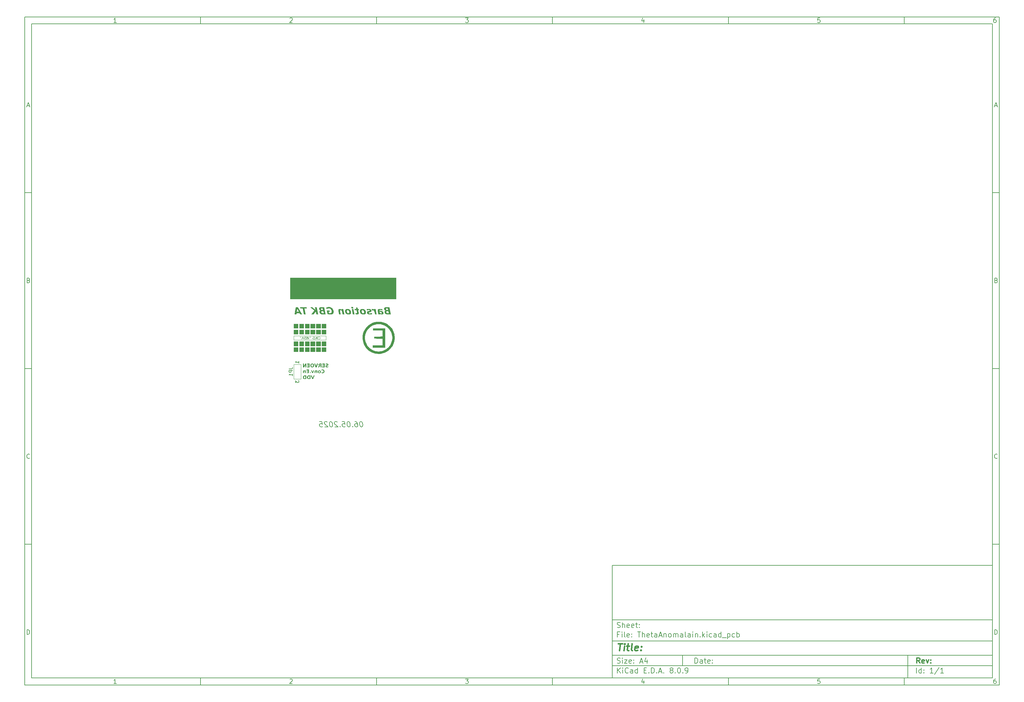
<source format=gbr>
%TF.GenerationSoftware,KiCad,Pcbnew,8.0.9-8.0.9-0~ubuntu24.04.1*%
%TF.CreationDate,2025-05-06T11:39:43+05:00*%
%TF.ProjectId,ThetaAnomalain,54686574-6141-46e6-9f6d-616c61696e2e,rev?*%
%TF.SameCoordinates,Original*%
%TF.FileFunction,Legend,Bot*%
%TF.FilePolarity,Positive*%
%FSLAX46Y46*%
G04 Gerber Fmt 4.6, Leading zero omitted, Abs format (unit mm)*
G04 Created by KiCad (PCBNEW 8.0.9-8.0.9-0~ubuntu24.04.1) date 2025-05-06 11:39:43*
%MOMM*%
%LPD*%
G01*
G04 APERTURE LIST*
%ADD10C,0.100000*%
%ADD11C,0.150000*%
%ADD12C,0.300000*%
%ADD13C,0.400000*%
%ADD14C,0.200000*%
%ADD15C,0.000000*%
%ADD16C,0.120000*%
G04 APERTURE END LIST*
D10*
D11*
X177002200Y-166007200D02*
X285002200Y-166007200D01*
X285002200Y-198007200D01*
X177002200Y-198007200D01*
X177002200Y-166007200D01*
D10*
D11*
X10000000Y-10000000D02*
X287002200Y-10000000D01*
X287002200Y-200007200D01*
X10000000Y-200007200D01*
X10000000Y-10000000D01*
D10*
D11*
X12000000Y-12000000D02*
X285002200Y-12000000D01*
X285002200Y-198007200D01*
X12000000Y-198007200D01*
X12000000Y-12000000D01*
D10*
D11*
X60000000Y-12000000D02*
X60000000Y-10000000D01*
D10*
D11*
X110000000Y-12000000D02*
X110000000Y-10000000D01*
D10*
D11*
X160000000Y-12000000D02*
X160000000Y-10000000D01*
D10*
D11*
X210000000Y-12000000D02*
X210000000Y-10000000D01*
D10*
D11*
X260000000Y-12000000D02*
X260000000Y-10000000D01*
D10*
D11*
X36089160Y-11593604D02*
X35346303Y-11593604D01*
X35717731Y-11593604D02*
X35717731Y-10293604D01*
X35717731Y-10293604D02*
X35593922Y-10479319D01*
X35593922Y-10479319D02*
X35470112Y-10603128D01*
X35470112Y-10603128D02*
X35346303Y-10665033D01*
D10*
D11*
X85346303Y-10417414D02*
X85408207Y-10355509D01*
X85408207Y-10355509D02*
X85532017Y-10293604D01*
X85532017Y-10293604D02*
X85841541Y-10293604D01*
X85841541Y-10293604D02*
X85965350Y-10355509D01*
X85965350Y-10355509D02*
X86027255Y-10417414D01*
X86027255Y-10417414D02*
X86089160Y-10541223D01*
X86089160Y-10541223D02*
X86089160Y-10665033D01*
X86089160Y-10665033D02*
X86027255Y-10850747D01*
X86027255Y-10850747D02*
X85284398Y-11593604D01*
X85284398Y-11593604D02*
X86089160Y-11593604D01*
D10*
D11*
X135284398Y-10293604D02*
X136089160Y-10293604D01*
X136089160Y-10293604D02*
X135655826Y-10788842D01*
X135655826Y-10788842D02*
X135841541Y-10788842D01*
X135841541Y-10788842D02*
X135965350Y-10850747D01*
X135965350Y-10850747D02*
X136027255Y-10912652D01*
X136027255Y-10912652D02*
X136089160Y-11036461D01*
X136089160Y-11036461D02*
X136089160Y-11345985D01*
X136089160Y-11345985D02*
X136027255Y-11469795D01*
X136027255Y-11469795D02*
X135965350Y-11531700D01*
X135965350Y-11531700D02*
X135841541Y-11593604D01*
X135841541Y-11593604D02*
X135470112Y-11593604D01*
X135470112Y-11593604D02*
X135346303Y-11531700D01*
X135346303Y-11531700D02*
X135284398Y-11469795D01*
D10*
D11*
X185965350Y-10726938D02*
X185965350Y-11593604D01*
X185655826Y-10231700D02*
X185346303Y-11160271D01*
X185346303Y-11160271D02*
X186151064Y-11160271D01*
D10*
D11*
X236027255Y-10293604D02*
X235408207Y-10293604D01*
X235408207Y-10293604D02*
X235346303Y-10912652D01*
X235346303Y-10912652D02*
X235408207Y-10850747D01*
X235408207Y-10850747D02*
X235532017Y-10788842D01*
X235532017Y-10788842D02*
X235841541Y-10788842D01*
X235841541Y-10788842D02*
X235965350Y-10850747D01*
X235965350Y-10850747D02*
X236027255Y-10912652D01*
X236027255Y-10912652D02*
X236089160Y-11036461D01*
X236089160Y-11036461D02*
X236089160Y-11345985D01*
X236089160Y-11345985D02*
X236027255Y-11469795D01*
X236027255Y-11469795D02*
X235965350Y-11531700D01*
X235965350Y-11531700D02*
X235841541Y-11593604D01*
X235841541Y-11593604D02*
X235532017Y-11593604D01*
X235532017Y-11593604D02*
X235408207Y-11531700D01*
X235408207Y-11531700D02*
X235346303Y-11469795D01*
D10*
D11*
X285965350Y-10293604D02*
X285717731Y-10293604D01*
X285717731Y-10293604D02*
X285593922Y-10355509D01*
X285593922Y-10355509D02*
X285532017Y-10417414D01*
X285532017Y-10417414D02*
X285408207Y-10603128D01*
X285408207Y-10603128D02*
X285346303Y-10850747D01*
X285346303Y-10850747D02*
X285346303Y-11345985D01*
X285346303Y-11345985D02*
X285408207Y-11469795D01*
X285408207Y-11469795D02*
X285470112Y-11531700D01*
X285470112Y-11531700D02*
X285593922Y-11593604D01*
X285593922Y-11593604D02*
X285841541Y-11593604D01*
X285841541Y-11593604D02*
X285965350Y-11531700D01*
X285965350Y-11531700D02*
X286027255Y-11469795D01*
X286027255Y-11469795D02*
X286089160Y-11345985D01*
X286089160Y-11345985D02*
X286089160Y-11036461D01*
X286089160Y-11036461D02*
X286027255Y-10912652D01*
X286027255Y-10912652D02*
X285965350Y-10850747D01*
X285965350Y-10850747D02*
X285841541Y-10788842D01*
X285841541Y-10788842D02*
X285593922Y-10788842D01*
X285593922Y-10788842D02*
X285470112Y-10850747D01*
X285470112Y-10850747D02*
X285408207Y-10912652D01*
X285408207Y-10912652D02*
X285346303Y-11036461D01*
D10*
D11*
X60000000Y-198007200D02*
X60000000Y-200007200D01*
D10*
D11*
X110000000Y-198007200D02*
X110000000Y-200007200D01*
D10*
D11*
X160000000Y-198007200D02*
X160000000Y-200007200D01*
D10*
D11*
X210000000Y-198007200D02*
X210000000Y-200007200D01*
D10*
D11*
X260000000Y-198007200D02*
X260000000Y-200007200D01*
D10*
D11*
X36089160Y-199600804D02*
X35346303Y-199600804D01*
X35717731Y-199600804D02*
X35717731Y-198300804D01*
X35717731Y-198300804D02*
X35593922Y-198486519D01*
X35593922Y-198486519D02*
X35470112Y-198610328D01*
X35470112Y-198610328D02*
X35346303Y-198672233D01*
D10*
D11*
X85346303Y-198424614D02*
X85408207Y-198362709D01*
X85408207Y-198362709D02*
X85532017Y-198300804D01*
X85532017Y-198300804D02*
X85841541Y-198300804D01*
X85841541Y-198300804D02*
X85965350Y-198362709D01*
X85965350Y-198362709D02*
X86027255Y-198424614D01*
X86027255Y-198424614D02*
X86089160Y-198548423D01*
X86089160Y-198548423D02*
X86089160Y-198672233D01*
X86089160Y-198672233D02*
X86027255Y-198857947D01*
X86027255Y-198857947D02*
X85284398Y-199600804D01*
X85284398Y-199600804D02*
X86089160Y-199600804D01*
D10*
D11*
X135284398Y-198300804D02*
X136089160Y-198300804D01*
X136089160Y-198300804D02*
X135655826Y-198796042D01*
X135655826Y-198796042D02*
X135841541Y-198796042D01*
X135841541Y-198796042D02*
X135965350Y-198857947D01*
X135965350Y-198857947D02*
X136027255Y-198919852D01*
X136027255Y-198919852D02*
X136089160Y-199043661D01*
X136089160Y-199043661D02*
X136089160Y-199353185D01*
X136089160Y-199353185D02*
X136027255Y-199476995D01*
X136027255Y-199476995D02*
X135965350Y-199538900D01*
X135965350Y-199538900D02*
X135841541Y-199600804D01*
X135841541Y-199600804D02*
X135470112Y-199600804D01*
X135470112Y-199600804D02*
X135346303Y-199538900D01*
X135346303Y-199538900D02*
X135284398Y-199476995D01*
D10*
D11*
X185965350Y-198734138D02*
X185965350Y-199600804D01*
X185655826Y-198238900D02*
X185346303Y-199167471D01*
X185346303Y-199167471D02*
X186151064Y-199167471D01*
D10*
D11*
X236027255Y-198300804D02*
X235408207Y-198300804D01*
X235408207Y-198300804D02*
X235346303Y-198919852D01*
X235346303Y-198919852D02*
X235408207Y-198857947D01*
X235408207Y-198857947D02*
X235532017Y-198796042D01*
X235532017Y-198796042D02*
X235841541Y-198796042D01*
X235841541Y-198796042D02*
X235965350Y-198857947D01*
X235965350Y-198857947D02*
X236027255Y-198919852D01*
X236027255Y-198919852D02*
X236089160Y-199043661D01*
X236089160Y-199043661D02*
X236089160Y-199353185D01*
X236089160Y-199353185D02*
X236027255Y-199476995D01*
X236027255Y-199476995D02*
X235965350Y-199538900D01*
X235965350Y-199538900D02*
X235841541Y-199600804D01*
X235841541Y-199600804D02*
X235532017Y-199600804D01*
X235532017Y-199600804D02*
X235408207Y-199538900D01*
X235408207Y-199538900D02*
X235346303Y-199476995D01*
D10*
D11*
X285965350Y-198300804D02*
X285717731Y-198300804D01*
X285717731Y-198300804D02*
X285593922Y-198362709D01*
X285593922Y-198362709D02*
X285532017Y-198424614D01*
X285532017Y-198424614D02*
X285408207Y-198610328D01*
X285408207Y-198610328D02*
X285346303Y-198857947D01*
X285346303Y-198857947D02*
X285346303Y-199353185D01*
X285346303Y-199353185D02*
X285408207Y-199476995D01*
X285408207Y-199476995D02*
X285470112Y-199538900D01*
X285470112Y-199538900D02*
X285593922Y-199600804D01*
X285593922Y-199600804D02*
X285841541Y-199600804D01*
X285841541Y-199600804D02*
X285965350Y-199538900D01*
X285965350Y-199538900D02*
X286027255Y-199476995D01*
X286027255Y-199476995D02*
X286089160Y-199353185D01*
X286089160Y-199353185D02*
X286089160Y-199043661D01*
X286089160Y-199043661D02*
X286027255Y-198919852D01*
X286027255Y-198919852D02*
X285965350Y-198857947D01*
X285965350Y-198857947D02*
X285841541Y-198796042D01*
X285841541Y-198796042D02*
X285593922Y-198796042D01*
X285593922Y-198796042D02*
X285470112Y-198857947D01*
X285470112Y-198857947D02*
X285408207Y-198919852D01*
X285408207Y-198919852D02*
X285346303Y-199043661D01*
D10*
D11*
X10000000Y-60000000D02*
X12000000Y-60000000D01*
D10*
D11*
X10000000Y-110000000D02*
X12000000Y-110000000D01*
D10*
D11*
X10000000Y-160000000D02*
X12000000Y-160000000D01*
D10*
D11*
X10690476Y-35222176D02*
X11309523Y-35222176D01*
X10566666Y-35593604D02*
X10999999Y-34293604D01*
X10999999Y-34293604D02*
X11433333Y-35593604D01*
D10*
D11*
X11092857Y-84912652D02*
X11278571Y-84974557D01*
X11278571Y-84974557D02*
X11340476Y-85036461D01*
X11340476Y-85036461D02*
X11402380Y-85160271D01*
X11402380Y-85160271D02*
X11402380Y-85345985D01*
X11402380Y-85345985D02*
X11340476Y-85469795D01*
X11340476Y-85469795D02*
X11278571Y-85531700D01*
X11278571Y-85531700D02*
X11154761Y-85593604D01*
X11154761Y-85593604D02*
X10659523Y-85593604D01*
X10659523Y-85593604D02*
X10659523Y-84293604D01*
X10659523Y-84293604D02*
X11092857Y-84293604D01*
X11092857Y-84293604D02*
X11216666Y-84355509D01*
X11216666Y-84355509D02*
X11278571Y-84417414D01*
X11278571Y-84417414D02*
X11340476Y-84541223D01*
X11340476Y-84541223D02*
X11340476Y-84665033D01*
X11340476Y-84665033D02*
X11278571Y-84788842D01*
X11278571Y-84788842D02*
X11216666Y-84850747D01*
X11216666Y-84850747D02*
X11092857Y-84912652D01*
X11092857Y-84912652D02*
X10659523Y-84912652D01*
D10*
D11*
X11402380Y-135469795D02*
X11340476Y-135531700D01*
X11340476Y-135531700D02*
X11154761Y-135593604D01*
X11154761Y-135593604D02*
X11030952Y-135593604D01*
X11030952Y-135593604D02*
X10845238Y-135531700D01*
X10845238Y-135531700D02*
X10721428Y-135407890D01*
X10721428Y-135407890D02*
X10659523Y-135284080D01*
X10659523Y-135284080D02*
X10597619Y-135036461D01*
X10597619Y-135036461D02*
X10597619Y-134850747D01*
X10597619Y-134850747D02*
X10659523Y-134603128D01*
X10659523Y-134603128D02*
X10721428Y-134479319D01*
X10721428Y-134479319D02*
X10845238Y-134355509D01*
X10845238Y-134355509D02*
X11030952Y-134293604D01*
X11030952Y-134293604D02*
X11154761Y-134293604D01*
X11154761Y-134293604D02*
X11340476Y-134355509D01*
X11340476Y-134355509D02*
X11402380Y-134417414D01*
D10*
D11*
X10659523Y-185593604D02*
X10659523Y-184293604D01*
X10659523Y-184293604D02*
X10969047Y-184293604D01*
X10969047Y-184293604D02*
X11154761Y-184355509D01*
X11154761Y-184355509D02*
X11278571Y-184479319D01*
X11278571Y-184479319D02*
X11340476Y-184603128D01*
X11340476Y-184603128D02*
X11402380Y-184850747D01*
X11402380Y-184850747D02*
X11402380Y-185036461D01*
X11402380Y-185036461D02*
X11340476Y-185284080D01*
X11340476Y-185284080D02*
X11278571Y-185407890D01*
X11278571Y-185407890D02*
X11154761Y-185531700D01*
X11154761Y-185531700D02*
X10969047Y-185593604D01*
X10969047Y-185593604D02*
X10659523Y-185593604D01*
D10*
D11*
X287002200Y-60000000D02*
X285002200Y-60000000D01*
D10*
D11*
X287002200Y-110000000D02*
X285002200Y-110000000D01*
D10*
D11*
X287002200Y-160000000D02*
X285002200Y-160000000D01*
D10*
D11*
X285692676Y-35222176D02*
X286311723Y-35222176D01*
X285568866Y-35593604D02*
X286002199Y-34293604D01*
X286002199Y-34293604D02*
X286435533Y-35593604D01*
D10*
D11*
X286095057Y-84912652D02*
X286280771Y-84974557D01*
X286280771Y-84974557D02*
X286342676Y-85036461D01*
X286342676Y-85036461D02*
X286404580Y-85160271D01*
X286404580Y-85160271D02*
X286404580Y-85345985D01*
X286404580Y-85345985D02*
X286342676Y-85469795D01*
X286342676Y-85469795D02*
X286280771Y-85531700D01*
X286280771Y-85531700D02*
X286156961Y-85593604D01*
X286156961Y-85593604D02*
X285661723Y-85593604D01*
X285661723Y-85593604D02*
X285661723Y-84293604D01*
X285661723Y-84293604D02*
X286095057Y-84293604D01*
X286095057Y-84293604D02*
X286218866Y-84355509D01*
X286218866Y-84355509D02*
X286280771Y-84417414D01*
X286280771Y-84417414D02*
X286342676Y-84541223D01*
X286342676Y-84541223D02*
X286342676Y-84665033D01*
X286342676Y-84665033D02*
X286280771Y-84788842D01*
X286280771Y-84788842D02*
X286218866Y-84850747D01*
X286218866Y-84850747D02*
X286095057Y-84912652D01*
X286095057Y-84912652D02*
X285661723Y-84912652D01*
D10*
D11*
X286404580Y-135469795D02*
X286342676Y-135531700D01*
X286342676Y-135531700D02*
X286156961Y-135593604D01*
X286156961Y-135593604D02*
X286033152Y-135593604D01*
X286033152Y-135593604D02*
X285847438Y-135531700D01*
X285847438Y-135531700D02*
X285723628Y-135407890D01*
X285723628Y-135407890D02*
X285661723Y-135284080D01*
X285661723Y-135284080D02*
X285599819Y-135036461D01*
X285599819Y-135036461D02*
X285599819Y-134850747D01*
X285599819Y-134850747D02*
X285661723Y-134603128D01*
X285661723Y-134603128D02*
X285723628Y-134479319D01*
X285723628Y-134479319D02*
X285847438Y-134355509D01*
X285847438Y-134355509D02*
X286033152Y-134293604D01*
X286033152Y-134293604D02*
X286156961Y-134293604D01*
X286156961Y-134293604D02*
X286342676Y-134355509D01*
X286342676Y-134355509D02*
X286404580Y-134417414D01*
D10*
D11*
X285661723Y-185593604D02*
X285661723Y-184293604D01*
X285661723Y-184293604D02*
X285971247Y-184293604D01*
X285971247Y-184293604D02*
X286156961Y-184355509D01*
X286156961Y-184355509D02*
X286280771Y-184479319D01*
X286280771Y-184479319D02*
X286342676Y-184603128D01*
X286342676Y-184603128D02*
X286404580Y-184850747D01*
X286404580Y-184850747D02*
X286404580Y-185036461D01*
X286404580Y-185036461D02*
X286342676Y-185284080D01*
X286342676Y-185284080D02*
X286280771Y-185407890D01*
X286280771Y-185407890D02*
X286156961Y-185531700D01*
X286156961Y-185531700D02*
X285971247Y-185593604D01*
X285971247Y-185593604D02*
X285661723Y-185593604D01*
D10*
D11*
X200458026Y-193793328D02*
X200458026Y-192293328D01*
X200458026Y-192293328D02*
X200815169Y-192293328D01*
X200815169Y-192293328D02*
X201029455Y-192364757D01*
X201029455Y-192364757D02*
X201172312Y-192507614D01*
X201172312Y-192507614D02*
X201243741Y-192650471D01*
X201243741Y-192650471D02*
X201315169Y-192936185D01*
X201315169Y-192936185D02*
X201315169Y-193150471D01*
X201315169Y-193150471D02*
X201243741Y-193436185D01*
X201243741Y-193436185D02*
X201172312Y-193579042D01*
X201172312Y-193579042D02*
X201029455Y-193721900D01*
X201029455Y-193721900D02*
X200815169Y-193793328D01*
X200815169Y-193793328D02*
X200458026Y-193793328D01*
X202600884Y-193793328D02*
X202600884Y-193007614D01*
X202600884Y-193007614D02*
X202529455Y-192864757D01*
X202529455Y-192864757D02*
X202386598Y-192793328D01*
X202386598Y-192793328D02*
X202100884Y-192793328D01*
X202100884Y-192793328D02*
X201958026Y-192864757D01*
X202600884Y-193721900D02*
X202458026Y-193793328D01*
X202458026Y-193793328D02*
X202100884Y-193793328D01*
X202100884Y-193793328D02*
X201958026Y-193721900D01*
X201958026Y-193721900D02*
X201886598Y-193579042D01*
X201886598Y-193579042D02*
X201886598Y-193436185D01*
X201886598Y-193436185D02*
X201958026Y-193293328D01*
X201958026Y-193293328D02*
X202100884Y-193221900D01*
X202100884Y-193221900D02*
X202458026Y-193221900D01*
X202458026Y-193221900D02*
X202600884Y-193150471D01*
X203100884Y-192793328D02*
X203672312Y-192793328D01*
X203315169Y-192293328D02*
X203315169Y-193579042D01*
X203315169Y-193579042D02*
X203386598Y-193721900D01*
X203386598Y-193721900D02*
X203529455Y-193793328D01*
X203529455Y-193793328D02*
X203672312Y-193793328D01*
X204743741Y-193721900D02*
X204600884Y-193793328D01*
X204600884Y-193793328D02*
X204315170Y-193793328D01*
X204315170Y-193793328D02*
X204172312Y-193721900D01*
X204172312Y-193721900D02*
X204100884Y-193579042D01*
X204100884Y-193579042D02*
X204100884Y-193007614D01*
X204100884Y-193007614D02*
X204172312Y-192864757D01*
X204172312Y-192864757D02*
X204315170Y-192793328D01*
X204315170Y-192793328D02*
X204600884Y-192793328D01*
X204600884Y-192793328D02*
X204743741Y-192864757D01*
X204743741Y-192864757D02*
X204815170Y-193007614D01*
X204815170Y-193007614D02*
X204815170Y-193150471D01*
X204815170Y-193150471D02*
X204100884Y-193293328D01*
X205458026Y-193650471D02*
X205529455Y-193721900D01*
X205529455Y-193721900D02*
X205458026Y-193793328D01*
X205458026Y-193793328D02*
X205386598Y-193721900D01*
X205386598Y-193721900D02*
X205458026Y-193650471D01*
X205458026Y-193650471D02*
X205458026Y-193793328D01*
X205458026Y-192864757D02*
X205529455Y-192936185D01*
X205529455Y-192936185D02*
X205458026Y-193007614D01*
X205458026Y-193007614D02*
X205386598Y-192936185D01*
X205386598Y-192936185D02*
X205458026Y-192864757D01*
X205458026Y-192864757D02*
X205458026Y-193007614D01*
D10*
D11*
X177002200Y-194507200D02*
X285002200Y-194507200D01*
D10*
D11*
X178458026Y-196593328D02*
X178458026Y-195093328D01*
X179315169Y-196593328D02*
X178672312Y-195736185D01*
X179315169Y-195093328D02*
X178458026Y-195950471D01*
X179958026Y-196593328D02*
X179958026Y-195593328D01*
X179958026Y-195093328D02*
X179886598Y-195164757D01*
X179886598Y-195164757D02*
X179958026Y-195236185D01*
X179958026Y-195236185D02*
X180029455Y-195164757D01*
X180029455Y-195164757D02*
X179958026Y-195093328D01*
X179958026Y-195093328D02*
X179958026Y-195236185D01*
X181529455Y-196450471D02*
X181458027Y-196521900D01*
X181458027Y-196521900D02*
X181243741Y-196593328D01*
X181243741Y-196593328D02*
X181100884Y-196593328D01*
X181100884Y-196593328D02*
X180886598Y-196521900D01*
X180886598Y-196521900D02*
X180743741Y-196379042D01*
X180743741Y-196379042D02*
X180672312Y-196236185D01*
X180672312Y-196236185D02*
X180600884Y-195950471D01*
X180600884Y-195950471D02*
X180600884Y-195736185D01*
X180600884Y-195736185D02*
X180672312Y-195450471D01*
X180672312Y-195450471D02*
X180743741Y-195307614D01*
X180743741Y-195307614D02*
X180886598Y-195164757D01*
X180886598Y-195164757D02*
X181100884Y-195093328D01*
X181100884Y-195093328D02*
X181243741Y-195093328D01*
X181243741Y-195093328D02*
X181458027Y-195164757D01*
X181458027Y-195164757D02*
X181529455Y-195236185D01*
X182815170Y-196593328D02*
X182815170Y-195807614D01*
X182815170Y-195807614D02*
X182743741Y-195664757D01*
X182743741Y-195664757D02*
X182600884Y-195593328D01*
X182600884Y-195593328D02*
X182315170Y-195593328D01*
X182315170Y-195593328D02*
X182172312Y-195664757D01*
X182815170Y-196521900D02*
X182672312Y-196593328D01*
X182672312Y-196593328D02*
X182315170Y-196593328D01*
X182315170Y-196593328D02*
X182172312Y-196521900D01*
X182172312Y-196521900D02*
X182100884Y-196379042D01*
X182100884Y-196379042D02*
X182100884Y-196236185D01*
X182100884Y-196236185D02*
X182172312Y-196093328D01*
X182172312Y-196093328D02*
X182315170Y-196021900D01*
X182315170Y-196021900D02*
X182672312Y-196021900D01*
X182672312Y-196021900D02*
X182815170Y-195950471D01*
X184172313Y-196593328D02*
X184172313Y-195093328D01*
X184172313Y-196521900D02*
X184029455Y-196593328D01*
X184029455Y-196593328D02*
X183743741Y-196593328D01*
X183743741Y-196593328D02*
X183600884Y-196521900D01*
X183600884Y-196521900D02*
X183529455Y-196450471D01*
X183529455Y-196450471D02*
X183458027Y-196307614D01*
X183458027Y-196307614D02*
X183458027Y-195879042D01*
X183458027Y-195879042D02*
X183529455Y-195736185D01*
X183529455Y-195736185D02*
X183600884Y-195664757D01*
X183600884Y-195664757D02*
X183743741Y-195593328D01*
X183743741Y-195593328D02*
X184029455Y-195593328D01*
X184029455Y-195593328D02*
X184172313Y-195664757D01*
X186029455Y-195807614D02*
X186529455Y-195807614D01*
X186743741Y-196593328D02*
X186029455Y-196593328D01*
X186029455Y-196593328D02*
X186029455Y-195093328D01*
X186029455Y-195093328D02*
X186743741Y-195093328D01*
X187386598Y-196450471D02*
X187458027Y-196521900D01*
X187458027Y-196521900D02*
X187386598Y-196593328D01*
X187386598Y-196593328D02*
X187315170Y-196521900D01*
X187315170Y-196521900D02*
X187386598Y-196450471D01*
X187386598Y-196450471D02*
X187386598Y-196593328D01*
X188100884Y-196593328D02*
X188100884Y-195093328D01*
X188100884Y-195093328D02*
X188458027Y-195093328D01*
X188458027Y-195093328D02*
X188672313Y-195164757D01*
X188672313Y-195164757D02*
X188815170Y-195307614D01*
X188815170Y-195307614D02*
X188886599Y-195450471D01*
X188886599Y-195450471D02*
X188958027Y-195736185D01*
X188958027Y-195736185D02*
X188958027Y-195950471D01*
X188958027Y-195950471D02*
X188886599Y-196236185D01*
X188886599Y-196236185D02*
X188815170Y-196379042D01*
X188815170Y-196379042D02*
X188672313Y-196521900D01*
X188672313Y-196521900D02*
X188458027Y-196593328D01*
X188458027Y-196593328D02*
X188100884Y-196593328D01*
X189600884Y-196450471D02*
X189672313Y-196521900D01*
X189672313Y-196521900D02*
X189600884Y-196593328D01*
X189600884Y-196593328D02*
X189529456Y-196521900D01*
X189529456Y-196521900D02*
X189600884Y-196450471D01*
X189600884Y-196450471D02*
X189600884Y-196593328D01*
X190243742Y-196164757D02*
X190958028Y-196164757D01*
X190100885Y-196593328D02*
X190600885Y-195093328D01*
X190600885Y-195093328D02*
X191100885Y-196593328D01*
X191600884Y-196450471D02*
X191672313Y-196521900D01*
X191672313Y-196521900D02*
X191600884Y-196593328D01*
X191600884Y-196593328D02*
X191529456Y-196521900D01*
X191529456Y-196521900D02*
X191600884Y-196450471D01*
X191600884Y-196450471D02*
X191600884Y-196593328D01*
X193672313Y-195736185D02*
X193529456Y-195664757D01*
X193529456Y-195664757D02*
X193458027Y-195593328D01*
X193458027Y-195593328D02*
X193386599Y-195450471D01*
X193386599Y-195450471D02*
X193386599Y-195379042D01*
X193386599Y-195379042D02*
X193458027Y-195236185D01*
X193458027Y-195236185D02*
X193529456Y-195164757D01*
X193529456Y-195164757D02*
X193672313Y-195093328D01*
X193672313Y-195093328D02*
X193958027Y-195093328D01*
X193958027Y-195093328D02*
X194100885Y-195164757D01*
X194100885Y-195164757D02*
X194172313Y-195236185D01*
X194172313Y-195236185D02*
X194243742Y-195379042D01*
X194243742Y-195379042D02*
X194243742Y-195450471D01*
X194243742Y-195450471D02*
X194172313Y-195593328D01*
X194172313Y-195593328D02*
X194100885Y-195664757D01*
X194100885Y-195664757D02*
X193958027Y-195736185D01*
X193958027Y-195736185D02*
X193672313Y-195736185D01*
X193672313Y-195736185D02*
X193529456Y-195807614D01*
X193529456Y-195807614D02*
X193458027Y-195879042D01*
X193458027Y-195879042D02*
X193386599Y-196021900D01*
X193386599Y-196021900D02*
X193386599Y-196307614D01*
X193386599Y-196307614D02*
X193458027Y-196450471D01*
X193458027Y-196450471D02*
X193529456Y-196521900D01*
X193529456Y-196521900D02*
X193672313Y-196593328D01*
X193672313Y-196593328D02*
X193958027Y-196593328D01*
X193958027Y-196593328D02*
X194100885Y-196521900D01*
X194100885Y-196521900D02*
X194172313Y-196450471D01*
X194172313Y-196450471D02*
X194243742Y-196307614D01*
X194243742Y-196307614D02*
X194243742Y-196021900D01*
X194243742Y-196021900D02*
X194172313Y-195879042D01*
X194172313Y-195879042D02*
X194100885Y-195807614D01*
X194100885Y-195807614D02*
X193958027Y-195736185D01*
X194886598Y-196450471D02*
X194958027Y-196521900D01*
X194958027Y-196521900D02*
X194886598Y-196593328D01*
X194886598Y-196593328D02*
X194815170Y-196521900D01*
X194815170Y-196521900D02*
X194886598Y-196450471D01*
X194886598Y-196450471D02*
X194886598Y-196593328D01*
X195886599Y-195093328D02*
X196029456Y-195093328D01*
X196029456Y-195093328D02*
X196172313Y-195164757D01*
X196172313Y-195164757D02*
X196243742Y-195236185D01*
X196243742Y-195236185D02*
X196315170Y-195379042D01*
X196315170Y-195379042D02*
X196386599Y-195664757D01*
X196386599Y-195664757D02*
X196386599Y-196021900D01*
X196386599Y-196021900D02*
X196315170Y-196307614D01*
X196315170Y-196307614D02*
X196243742Y-196450471D01*
X196243742Y-196450471D02*
X196172313Y-196521900D01*
X196172313Y-196521900D02*
X196029456Y-196593328D01*
X196029456Y-196593328D02*
X195886599Y-196593328D01*
X195886599Y-196593328D02*
X195743742Y-196521900D01*
X195743742Y-196521900D02*
X195672313Y-196450471D01*
X195672313Y-196450471D02*
X195600884Y-196307614D01*
X195600884Y-196307614D02*
X195529456Y-196021900D01*
X195529456Y-196021900D02*
X195529456Y-195664757D01*
X195529456Y-195664757D02*
X195600884Y-195379042D01*
X195600884Y-195379042D02*
X195672313Y-195236185D01*
X195672313Y-195236185D02*
X195743742Y-195164757D01*
X195743742Y-195164757D02*
X195886599Y-195093328D01*
X197029455Y-196450471D02*
X197100884Y-196521900D01*
X197100884Y-196521900D02*
X197029455Y-196593328D01*
X197029455Y-196593328D02*
X196958027Y-196521900D01*
X196958027Y-196521900D02*
X197029455Y-196450471D01*
X197029455Y-196450471D02*
X197029455Y-196593328D01*
X197815170Y-196593328D02*
X198100884Y-196593328D01*
X198100884Y-196593328D02*
X198243741Y-196521900D01*
X198243741Y-196521900D02*
X198315170Y-196450471D01*
X198315170Y-196450471D02*
X198458027Y-196236185D01*
X198458027Y-196236185D02*
X198529456Y-195950471D01*
X198529456Y-195950471D02*
X198529456Y-195379042D01*
X198529456Y-195379042D02*
X198458027Y-195236185D01*
X198458027Y-195236185D02*
X198386599Y-195164757D01*
X198386599Y-195164757D02*
X198243741Y-195093328D01*
X198243741Y-195093328D02*
X197958027Y-195093328D01*
X197958027Y-195093328D02*
X197815170Y-195164757D01*
X197815170Y-195164757D02*
X197743741Y-195236185D01*
X197743741Y-195236185D02*
X197672313Y-195379042D01*
X197672313Y-195379042D02*
X197672313Y-195736185D01*
X197672313Y-195736185D02*
X197743741Y-195879042D01*
X197743741Y-195879042D02*
X197815170Y-195950471D01*
X197815170Y-195950471D02*
X197958027Y-196021900D01*
X197958027Y-196021900D02*
X198243741Y-196021900D01*
X198243741Y-196021900D02*
X198386599Y-195950471D01*
X198386599Y-195950471D02*
X198458027Y-195879042D01*
X198458027Y-195879042D02*
X198529456Y-195736185D01*
D10*
D11*
X177002200Y-191507200D02*
X285002200Y-191507200D01*
D10*
D12*
X264413853Y-193785528D02*
X263913853Y-193071242D01*
X263556710Y-193785528D02*
X263556710Y-192285528D01*
X263556710Y-192285528D02*
X264128139Y-192285528D01*
X264128139Y-192285528D02*
X264270996Y-192356957D01*
X264270996Y-192356957D02*
X264342425Y-192428385D01*
X264342425Y-192428385D02*
X264413853Y-192571242D01*
X264413853Y-192571242D02*
X264413853Y-192785528D01*
X264413853Y-192785528D02*
X264342425Y-192928385D01*
X264342425Y-192928385D02*
X264270996Y-192999814D01*
X264270996Y-192999814D02*
X264128139Y-193071242D01*
X264128139Y-193071242D02*
X263556710Y-193071242D01*
X265628139Y-193714100D02*
X265485282Y-193785528D01*
X265485282Y-193785528D02*
X265199568Y-193785528D01*
X265199568Y-193785528D02*
X265056710Y-193714100D01*
X265056710Y-193714100D02*
X264985282Y-193571242D01*
X264985282Y-193571242D02*
X264985282Y-192999814D01*
X264985282Y-192999814D02*
X265056710Y-192856957D01*
X265056710Y-192856957D02*
X265199568Y-192785528D01*
X265199568Y-192785528D02*
X265485282Y-192785528D01*
X265485282Y-192785528D02*
X265628139Y-192856957D01*
X265628139Y-192856957D02*
X265699568Y-192999814D01*
X265699568Y-192999814D02*
X265699568Y-193142671D01*
X265699568Y-193142671D02*
X264985282Y-193285528D01*
X266199567Y-192785528D02*
X266556710Y-193785528D01*
X266556710Y-193785528D02*
X266913853Y-192785528D01*
X267485281Y-193642671D02*
X267556710Y-193714100D01*
X267556710Y-193714100D02*
X267485281Y-193785528D01*
X267485281Y-193785528D02*
X267413853Y-193714100D01*
X267413853Y-193714100D02*
X267485281Y-193642671D01*
X267485281Y-193642671D02*
X267485281Y-193785528D01*
X267485281Y-192856957D02*
X267556710Y-192928385D01*
X267556710Y-192928385D02*
X267485281Y-192999814D01*
X267485281Y-192999814D02*
X267413853Y-192928385D01*
X267413853Y-192928385D02*
X267485281Y-192856957D01*
X267485281Y-192856957D02*
X267485281Y-192999814D01*
D10*
D11*
X178386598Y-193721900D02*
X178600884Y-193793328D01*
X178600884Y-193793328D02*
X178958026Y-193793328D01*
X178958026Y-193793328D02*
X179100884Y-193721900D01*
X179100884Y-193721900D02*
X179172312Y-193650471D01*
X179172312Y-193650471D02*
X179243741Y-193507614D01*
X179243741Y-193507614D02*
X179243741Y-193364757D01*
X179243741Y-193364757D02*
X179172312Y-193221900D01*
X179172312Y-193221900D02*
X179100884Y-193150471D01*
X179100884Y-193150471D02*
X178958026Y-193079042D01*
X178958026Y-193079042D02*
X178672312Y-193007614D01*
X178672312Y-193007614D02*
X178529455Y-192936185D01*
X178529455Y-192936185D02*
X178458026Y-192864757D01*
X178458026Y-192864757D02*
X178386598Y-192721900D01*
X178386598Y-192721900D02*
X178386598Y-192579042D01*
X178386598Y-192579042D02*
X178458026Y-192436185D01*
X178458026Y-192436185D02*
X178529455Y-192364757D01*
X178529455Y-192364757D02*
X178672312Y-192293328D01*
X178672312Y-192293328D02*
X179029455Y-192293328D01*
X179029455Y-192293328D02*
X179243741Y-192364757D01*
X179886597Y-193793328D02*
X179886597Y-192793328D01*
X179886597Y-192293328D02*
X179815169Y-192364757D01*
X179815169Y-192364757D02*
X179886597Y-192436185D01*
X179886597Y-192436185D02*
X179958026Y-192364757D01*
X179958026Y-192364757D02*
X179886597Y-192293328D01*
X179886597Y-192293328D02*
X179886597Y-192436185D01*
X180458026Y-192793328D02*
X181243741Y-192793328D01*
X181243741Y-192793328D02*
X180458026Y-193793328D01*
X180458026Y-193793328D02*
X181243741Y-193793328D01*
X182386598Y-193721900D02*
X182243741Y-193793328D01*
X182243741Y-193793328D02*
X181958027Y-193793328D01*
X181958027Y-193793328D02*
X181815169Y-193721900D01*
X181815169Y-193721900D02*
X181743741Y-193579042D01*
X181743741Y-193579042D02*
X181743741Y-193007614D01*
X181743741Y-193007614D02*
X181815169Y-192864757D01*
X181815169Y-192864757D02*
X181958027Y-192793328D01*
X181958027Y-192793328D02*
X182243741Y-192793328D01*
X182243741Y-192793328D02*
X182386598Y-192864757D01*
X182386598Y-192864757D02*
X182458027Y-193007614D01*
X182458027Y-193007614D02*
X182458027Y-193150471D01*
X182458027Y-193150471D02*
X181743741Y-193293328D01*
X183100883Y-193650471D02*
X183172312Y-193721900D01*
X183172312Y-193721900D02*
X183100883Y-193793328D01*
X183100883Y-193793328D02*
X183029455Y-193721900D01*
X183029455Y-193721900D02*
X183100883Y-193650471D01*
X183100883Y-193650471D02*
X183100883Y-193793328D01*
X183100883Y-192864757D02*
X183172312Y-192936185D01*
X183172312Y-192936185D02*
X183100883Y-193007614D01*
X183100883Y-193007614D02*
X183029455Y-192936185D01*
X183029455Y-192936185D02*
X183100883Y-192864757D01*
X183100883Y-192864757D02*
X183100883Y-193007614D01*
X184886598Y-193364757D02*
X185600884Y-193364757D01*
X184743741Y-193793328D02*
X185243741Y-192293328D01*
X185243741Y-192293328D02*
X185743741Y-193793328D01*
X186886598Y-192793328D02*
X186886598Y-193793328D01*
X186529455Y-192221900D02*
X186172312Y-193293328D01*
X186172312Y-193293328D02*
X187100883Y-193293328D01*
D10*
D11*
X263458026Y-196593328D02*
X263458026Y-195093328D01*
X264815170Y-196593328D02*
X264815170Y-195093328D01*
X264815170Y-196521900D02*
X264672312Y-196593328D01*
X264672312Y-196593328D02*
X264386598Y-196593328D01*
X264386598Y-196593328D02*
X264243741Y-196521900D01*
X264243741Y-196521900D02*
X264172312Y-196450471D01*
X264172312Y-196450471D02*
X264100884Y-196307614D01*
X264100884Y-196307614D02*
X264100884Y-195879042D01*
X264100884Y-195879042D02*
X264172312Y-195736185D01*
X264172312Y-195736185D02*
X264243741Y-195664757D01*
X264243741Y-195664757D02*
X264386598Y-195593328D01*
X264386598Y-195593328D02*
X264672312Y-195593328D01*
X264672312Y-195593328D02*
X264815170Y-195664757D01*
X265529455Y-196450471D02*
X265600884Y-196521900D01*
X265600884Y-196521900D02*
X265529455Y-196593328D01*
X265529455Y-196593328D02*
X265458027Y-196521900D01*
X265458027Y-196521900D02*
X265529455Y-196450471D01*
X265529455Y-196450471D02*
X265529455Y-196593328D01*
X265529455Y-195664757D02*
X265600884Y-195736185D01*
X265600884Y-195736185D02*
X265529455Y-195807614D01*
X265529455Y-195807614D02*
X265458027Y-195736185D01*
X265458027Y-195736185D02*
X265529455Y-195664757D01*
X265529455Y-195664757D02*
X265529455Y-195807614D01*
X268172313Y-196593328D02*
X267315170Y-196593328D01*
X267743741Y-196593328D02*
X267743741Y-195093328D01*
X267743741Y-195093328D02*
X267600884Y-195307614D01*
X267600884Y-195307614D02*
X267458027Y-195450471D01*
X267458027Y-195450471D02*
X267315170Y-195521900D01*
X269886598Y-195021900D02*
X268600884Y-196950471D01*
X271172313Y-196593328D02*
X270315170Y-196593328D01*
X270743741Y-196593328D02*
X270743741Y-195093328D01*
X270743741Y-195093328D02*
X270600884Y-195307614D01*
X270600884Y-195307614D02*
X270458027Y-195450471D01*
X270458027Y-195450471D02*
X270315170Y-195521900D01*
D10*
D11*
X177002200Y-187507200D02*
X285002200Y-187507200D01*
D10*
D13*
X178693928Y-188211638D02*
X179836785Y-188211638D01*
X179015357Y-190211638D02*
X179265357Y-188211638D01*
X180253452Y-190211638D02*
X180420119Y-188878304D01*
X180503452Y-188211638D02*
X180396309Y-188306876D01*
X180396309Y-188306876D02*
X180479643Y-188402114D01*
X180479643Y-188402114D02*
X180586786Y-188306876D01*
X180586786Y-188306876D02*
X180503452Y-188211638D01*
X180503452Y-188211638D02*
X180479643Y-188402114D01*
X181086786Y-188878304D02*
X181848690Y-188878304D01*
X181455833Y-188211638D02*
X181241548Y-189925923D01*
X181241548Y-189925923D02*
X181312976Y-190116400D01*
X181312976Y-190116400D02*
X181491548Y-190211638D01*
X181491548Y-190211638D02*
X181682024Y-190211638D01*
X182634405Y-190211638D02*
X182455833Y-190116400D01*
X182455833Y-190116400D02*
X182384405Y-189925923D01*
X182384405Y-189925923D02*
X182598690Y-188211638D01*
X184170119Y-190116400D02*
X183967738Y-190211638D01*
X183967738Y-190211638D02*
X183586785Y-190211638D01*
X183586785Y-190211638D02*
X183408214Y-190116400D01*
X183408214Y-190116400D02*
X183336785Y-189925923D01*
X183336785Y-189925923D02*
X183432024Y-189164019D01*
X183432024Y-189164019D02*
X183551071Y-188973542D01*
X183551071Y-188973542D02*
X183753452Y-188878304D01*
X183753452Y-188878304D02*
X184134404Y-188878304D01*
X184134404Y-188878304D02*
X184312976Y-188973542D01*
X184312976Y-188973542D02*
X184384404Y-189164019D01*
X184384404Y-189164019D02*
X184360595Y-189354495D01*
X184360595Y-189354495D02*
X183384404Y-189544971D01*
X185134405Y-190021161D02*
X185217738Y-190116400D01*
X185217738Y-190116400D02*
X185110595Y-190211638D01*
X185110595Y-190211638D02*
X185027262Y-190116400D01*
X185027262Y-190116400D02*
X185134405Y-190021161D01*
X185134405Y-190021161D02*
X185110595Y-190211638D01*
X185265357Y-188973542D02*
X185348690Y-189068780D01*
X185348690Y-189068780D02*
X185241548Y-189164019D01*
X185241548Y-189164019D02*
X185158214Y-189068780D01*
X185158214Y-189068780D02*
X185265357Y-188973542D01*
X185265357Y-188973542D02*
X185241548Y-189164019D01*
D10*
D11*
X178958026Y-185607614D02*
X178458026Y-185607614D01*
X178458026Y-186393328D02*
X178458026Y-184893328D01*
X178458026Y-184893328D02*
X179172312Y-184893328D01*
X179743740Y-186393328D02*
X179743740Y-185393328D01*
X179743740Y-184893328D02*
X179672312Y-184964757D01*
X179672312Y-184964757D02*
X179743740Y-185036185D01*
X179743740Y-185036185D02*
X179815169Y-184964757D01*
X179815169Y-184964757D02*
X179743740Y-184893328D01*
X179743740Y-184893328D02*
X179743740Y-185036185D01*
X180672312Y-186393328D02*
X180529455Y-186321900D01*
X180529455Y-186321900D02*
X180458026Y-186179042D01*
X180458026Y-186179042D02*
X180458026Y-184893328D01*
X181815169Y-186321900D02*
X181672312Y-186393328D01*
X181672312Y-186393328D02*
X181386598Y-186393328D01*
X181386598Y-186393328D02*
X181243740Y-186321900D01*
X181243740Y-186321900D02*
X181172312Y-186179042D01*
X181172312Y-186179042D02*
X181172312Y-185607614D01*
X181172312Y-185607614D02*
X181243740Y-185464757D01*
X181243740Y-185464757D02*
X181386598Y-185393328D01*
X181386598Y-185393328D02*
X181672312Y-185393328D01*
X181672312Y-185393328D02*
X181815169Y-185464757D01*
X181815169Y-185464757D02*
X181886598Y-185607614D01*
X181886598Y-185607614D02*
X181886598Y-185750471D01*
X181886598Y-185750471D02*
X181172312Y-185893328D01*
X182529454Y-186250471D02*
X182600883Y-186321900D01*
X182600883Y-186321900D02*
X182529454Y-186393328D01*
X182529454Y-186393328D02*
X182458026Y-186321900D01*
X182458026Y-186321900D02*
X182529454Y-186250471D01*
X182529454Y-186250471D02*
X182529454Y-186393328D01*
X182529454Y-185464757D02*
X182600883Y-185536185D01*
X182600883Y-185536185D02*
X182529454Y-185607614D01*
X182529454Y-185607614D02*
X182458026Y-185536185D01*
X182458026Y-185536185D02*
X182529454Y-185464757D01*
X182529454Y-185464757D02*
X182529454Y-185607614D01*
X184172312Y-184893328D02*
X185029455Y-184893328D01*
X184600883Y-186393328D02*
X184600883Y-184893328D01*
X185529454Y-186393328D02*
X185529454Y-184893328D01*
X186172312Y-186393328D02*
X186172312Y-185607614D01*
X186172312Y-185607614D02*
X186100883Y-185464757D01*
X186100883Y-185464757D02*
X185958026Y-185393328D01*
X185958026Y-185393328D02*
X185743740Y-185393328D01*
X185743740Y-185393328D02*
X185600883Y-185464757D01*
X185600883Y-185464757D02*
X185529454Y-185536185D01*
X187458026Y-186321900D02*
X187315169Y-186393328D01*
X187315169Y-186393328D02*
X187029455Y-186393328D01*
X187029455Y-186393328D02*
X186886597Y-186321900D01*
X186886597Y-186321900D02*
X186815169Y-186179042D01*
X186815169Y-186179042D02*
X186815169Y-185607614D01*
X186815169Y-185607614D02*
X186886597Y-185464757D01*
X186886597Y-185464757D02*
X187029455Y-185393328D01*
X187029455Y-185393328D02*
X187315169Y-185393328D01*
X187315169Y-185393328D02*
X187458026Y-185464757D01*
X187458026Y-185464757D02*
X187529455Y-185607614D01*
X187529455Y-185607614D02*
X187529455Y-185750471D01*
X187529455Y-185750471D02*
X186815169Y-185893328D01*
X187958026Y-185393328D02*
X188529454Y-185393328D01*
X188172311Y-184893328D02*
X188172311Y-186179042D01*
X188172311Y-186179042D02*
X188243740Y-186321900D01*
X188243740Y-186321900D02*
X188386597Y-186393328D01*
X188386597Y-186393328D02*
X188529454Y-186393328D01*
X189672312Y-186393328D02*
X189672312Y-185607614D01*
X189672312Y-185607614D02*
X189600883Y-185464757D01*
X189600883Y-185464757D02*
X189458026Y-185393328D01*
X189458026Y-185393328D02*
X189172312Y-185393328D01*
X189172312Y-185393328D02*
X189029454Y-185464757D01*
X189672312Y-186321900D02*
X189529454Y-186393328D01*
X189529454Y-186393328D02*
X189172312Y-186393328D01*
X189172312Y-186393328D02*
X189029454Y-186321900D01*
X189029454Y-186321900D02*
X188958026Y-186179042D01*
X188958026Y-186179042D02*
X188958026Y-186036185D01*
X188958026Y-186036185D02*
X189029454Y-185893328D01*
X189029454Y-185893328D02*
X189172312Y-185821900D01*
X189172312Y-185821900D02*
X189529454Y-185821900D01*
X189529454Y-185821900D02*
X189672312Y-185750471D01*
X190315169Y-185964757D02*
X191029455Y-185964757D01*
X190172312Y-186393328D02*
X190672312Y-184893328D01*
X190672312Y-184893328D02*
X191172312Y-186393328D01*
X191672311Y-185393328D02*
X191672311Y-186393328D01*
X191672311Y-185536185D02*
X191743740Y-185464757D01*
X191743740Y-185464757D02*
X191886597Y-185393328D01*
X191886597Y-185393328D02*
X192100883Y-185393328D01*
X192100883Y-185393328D02*
X192243740Y-185464757D01*
X192243740Y-185464757D02*
X192315169Y-185607614D01*
X192315169Y-185607614D02*
X192315169Y-186393328D01*
X193243740Y-186393328D02*
X193100883Y-186321900D01*
X193100883Y-186321900D02*
X193029454Y-186250471D01*
X193029454Y-186250471D02*
X192958026Y-186107614D01*
X192958026Y-186107614D02*
X192958026Y-185679042D01*
X192958026Y-185679042D02*
X193029454Y-185536185D01*
X193029454Y-185536185D02*
X193100883Y-185464757D01*
X193100883Y-185464757D02*
X193243740Y-185393328D01*
X193243740Y-185393328D02*
X193458026Y-185393328D01*
X193458026Y-185393328D02*
X193600883Y-185464757D01*
X193600883Y-185464757D02*
X193672312Y-185536185D01*
X193672312Y-185536185D02*
X193743740Y-185679042D01*
X193743740Y-185679042D02*
X193743740Y-186107614D01*
X193743740Y-186107614D02*
X193672312Y-186250471D01*
X193672312Y-186250471D02*
X193600883Y-186321900D01*
X193600883Y-186321900D02*
X193458026Y-186393328D01*
X193458026Y-186393328D02*
X193243740Y-186393328D01*
X194386597Y-186393328D02*
X194386597Y-185393328D01*
X194386597Y-185536185D02*
X194458026Y-185464757D01*
X194458026Y-185464757D02*
X194600883Y-185393328D01*
X194600883Y-185393328D02*
X194815169Y-185393328D01*
X194815169Y-185393328D02*
X194958026Y-185464757D01*
X194958026Y-185464757D02*
X195029455Y-185607614D01*
X195029455Y-185607614D02*
X195029455Y-186393328D01*
X195029455Y-185607614D02*
X195100883Y-185464757D01*
X195100883Y-185464757D02*
X195243740Y-185393328D01*
X195243740Y-185393328D02*
X195458026Y-185393328D01*
X195458026Y-185393328D02*
X195600883Y-185464757D01*
X195600883Y-185464757D02*
X195672312Y-185607614D01*
X195672312Y-185607614D02*
X195672312Y-186393328D01*
X197029455Y-186393328D02*
X197029455Y-185607614D01*
X197029455Y-185607614D02*
X196958026Y-185464757D01*
X196958026Y-185464757D02*
X196815169Y-185393328D01*
X196815169Y-185393328D02*
X196529455Y-185393328D01*
X196529455Y-185393328D02*
X196386597Y-185464757D01*
X197029455Y-186321900D02*
X196886597Y-186393328D01*
X196886597Y-186393328D02*
X196529455Y-186393328D01*
X196529455Y-186393328D02*
X196386597Y-186321900D01*
X196386597Y-186321900D02*
X196315169Y-186179042D01*
X196315169Y-186179042D02*
X196315169Y-186036185D01*
X196315169Y-186036185D02*
X196386597Y-185893328D01*
X196386597Y-185893328D02*
X196529455Y-185821900D01*
X196529455Y-185821900D02*
X196886597Y-185821900D01*
X196886597Y-185821900D02*
X197029455Y-185750471D01*
X197958026Y-186393328D02*
X197815169Y-186321900D01*
X197815169Y-186321900D02*
X197743740Y-186179042D01*
X197743740Y-186179042D02*
X197743740Y-184893328D01*
X199172312Y-186393328D02*
X199172312Y-185607614D01*
X199172312Y-185607614D02*
X199100883Y-185464757D01*
X199100883Y-185464757D02*
X198958026Y-185393328D01*
X198958026Y-185393328D02*
X198672312Y-185393328D01*
X198672312Y-185393328D02*
X198529454Y-185464757D01*
X199172312Y-186321900D02*
X199029454Y-186393328D01*
X199029454Y-186393328D02*
X198672312Y-186393328D01*
X198672312Y-186393328D02*
X198529454Y-186321900D01*
X198529454Y-186321900D02*
X198458026Y-186179042D01*
X198458026Y-186179042D02*
X198458026Y-186036185D01*
X198458026Y-186036185D02*
X198529454Y-185893328D01*
X198529454Y-185893328D02*
X198672312Y-185821900D01*
X198672312Y-185821900D02*
X199029454Y-185821900D01*
X199029454Y-185821900D02*
X199172312Y-185750471D01*
X199886597Y-186393328D02*
X199886597Y-185393328D01*
X199886597Y-184893328D02*
X199815169Y-184964757D01*
X199815169Y-184964757D02*
X199886597Y-185036185D01*
X199886597Y-185036185D02*
X199958026Y-184964757D01*
X199958026Y-184964757D02*
X199886597Y-184893328D01*
X199886597Y-184893328D02*
X199886597Y-185036185D01*
X200600883Y-185393328D02*
X200600883Y-186393328D01*
X200600883Y-185536185D02*
X200672312Y-185464757D01*
X200672312Y-185464757D02*
X200815169Y-185393328D01*
X200815169Y-185393328D02*
X201029455Y-185393328D01*
X201029455Y-185393328D02*
X201172312Y-185464757D01*
X201172312Y-185464757D02*
X201243741Y-185607614D01*
X201243741Y-185607614D02*
X201243741Y-186393328D01*
X201958026Y-186250471D02*
X202029455Y-186321900D01*
X202029455Y-186321900D02*
X201958026Y-186393328D01*
X201958026Y-186393328D02*
X201886598Y-186321900D01*
X201886598Y-186321900D02*
X201958026Y-186250471D01*
X201958026Y-186250471D02*
X201958026Y-186393328D01*
X202672312Y-186393328D02*
X202672312Y-184893328D01*
X202815170Y-185821900D02*
X203243741Y-186393328D01*
X203243741Y-185393328D02*
X202672312Y-185964757D01*
X203886598Y-186393328D02*
X203886598Y-185393328D01*
X203886598Y-184893328D02*
X203815170Y-184964757D01*
X203815170Y-184964757D02*
X203886598Y-185036185D01*
X203886598Y-185036185D02*
X203958027Y-184964757D01*
X203958027Y-184964757D02*
X203886598Y-184893328D01*
X203886598Y-184893328D02*
X203886598Y-185036185D01*
X205243742Y-186321900D02*
X205100884Y-186393328D01*
X205100884Y-186393328D02*
X204815170Y-186393328D01*
X204815170Y-186393328D02*
X204672313Y-186321900D01*
X204672313Y-186321900D02*
X204600884Y-186250471D01*
X204600884Y-186250471D02*
X204529456Y-186107614D01*
X204529456Y-186107614D02*
X204529456Y-185679042D01*
X204529456Y-185679042D02*
X204600884Y-185536185D01*
X204600884Y-185536185D02*
X204672313Y-185464757D01*
X204672313Y-185464757D02*
X204815170Y-185393328D01*
X204815170Y-185393328D02*
X205100884Y-185393328D01*
X205100884Y-185393328D02*
X205243742Y-185464757D01*
X206529456Y-186393328D02*
X206529456Y-185607614D01*
X206529456Y-185607614D02*
X206458027Y-185464757D01*
X206458027Y-185464757D02*
X206315170Y-185393328D01*
X206315170Y-185393328D02*
X206029456Y-185393328D01*
X206029456Y-185393328D02*
X205886598Y-185464757D01*
X206529456Y-186321900D02*
X206386598Y-186393328D01*
X206386598Y-186393328D02*
X206029456Y-186393328D01*
X206029456Y-186393328D02*
X205886598Y-186321900D01*
X205886598Y-186321900D02*
X205815170Y-186179042D01*
X205815170Y-186179042D02*
X205815170Y-186036185D01*
X205815170Y-186036185D02*
X205886598Y-185893328D01*
X205886598Y-185893328D02*
X206029456Y-185821900D01*
X206029456Y-185821900D02*
X206386598Y-185821900D01*
X206386598Y-185821900D02*
X206529456Y-185750471D01*
X207886599Y-186393328D02*
X207886599Y-184893328D01*
X207886599Y-186321900D02*
X207743741Y-186393328D01*
X207743741Y-186393328D02*
X207458027Y-186393328D01*
X207458027Y-186393328D02*
X207315170Y-186321900D01*
X207315170Y-186321900D02*
X207243741Y-186250471D01*
X207243741Y-186250471D02*
X207172313Y-186107614D01*
X207172313Y-186107614D02*
X207172313Y-185679042D01*
X207172313Y-185679042D02*
X207243741Y-185536185D01*
X207243741Y-185536185D02*
X207315170Y-185464757D01*
X207315170Y-185464757D02*
X207458027Y-185393328D01*
X207458027Y-185393328D02*
X207743741Y-185393328D01*
X207743741Y-185393328D02*
X207886599Y-185464757D01*
X208243742Y-186536185D02*
X209386599Y-186536185D01*
X209743741Y-185393328D02*
X209743741Y-186893328D01*
X209743741Y-185464757D02*
X209886599Y-185393328D01*
X209886599Y-185393328D02*
X210172313Y-185393328D01*
X210172313Y-185393328D02*
X210315170Y-185464757D01*
X210315170Y-185464757D02*
X210386599Y-185536185D01*
X210386599Y-185536185D02*
X210458027Y-185679042D01*
X210458027Y-185679042D02*
X210458027Y-186107614D01*
X210458027Y-186107614D02*
X210386599Y-186250471D01*
X210386599Y-186250471D02*
X210315170Y-186321900D01*
X210315170Y-186321900D02*
X210172313Y-186393328D01*
X210172313Y-186393328D02*
X209886599Y-186393328D01*
X209886599Y-186393328D02*
X209743741Y-186321900D01*
X211743742Y-186321900D02*
X211600884Y-186393328D01*
X211600884Y-186393328D02*
X211315170Y-186393328D01*
X211315170Y-186393328D02*
X211172313Y-186321900D01*
X211172313Y-186321900D02*
X211100884Y-186250471D01*
X211100884Y-186250471D02*
X211029456Y-186107614D01*
X211029456Y-186107614D02*
X211029456Y-185679042D01*
X211029456Y-185679042D02*
X211100884Y-185536185D01*
X211100884Y-185536185D02*
X211172313Y-185464757D01*
X211172313Y-185464757D02*
X211315170Y-185393328D01*
X211315170Y-185393328D02*
X211600884Y-185393328D01*
X211600884Y-185393328D02*
X211743742Y-185464757D01*
X212386598Y-186393328D02*
X212386598Y-184893328D01*
X212386598Y-185464757D02*
X212529456Y-185393328D01*
X212529456Y-185393328D02*
X212815170Y-185393328D01*
X212815170Y-185393328D02*
X212958027Y-185464757D01*
X212958027Y-185464757D02*
X213029456Y-185536185D01*
X213029456Y-185536185D02*
X213100884Y-185679042D01*
X213100884Y-185679042D02*
X213100884Y-186107614D01*
X213100884Y-186107614D02*
X213029456Y-186250471D01*
X213029456Y-186250471D02*
X212958027Y-186321900D01*
X212958027Y-186321900D02*
X212815170Y-186393328D01*
X212815170Y-186393328D02*
X212529456Y-186393328D01*
X212529456Y-186393328D02*
X212386598Y-186321900D01*
D10*
D11*
X177002200Y-181507200D02*
X285002200Y-181507200D01*
D10*
D11*
X178386598Y-183621900D02*
X178600884Y-183693328D01*
X178600884Y-183693328D02*
X178958026Y-183693328D01*
X178958026Y-183693328D02*
X179100884Y-183621900D01*
X179100884Y-183621900D02*
X179172312Y-183550471D01*
X179172312Y-183550471D02*
X179243741Y-183407614D01*
X179243741Y-183407614D02*
X179243741Y-183264757D01*
X179243741Y-183264757D02*
X179172312Y-183121900D01*
X179172312Y-183121900D02*
X179100884Y-183050471D01*
X179100884Y-183050471D02*
X178958026Y-182979042D01*
X178958026Y-182979042D02*
X178672312Y-182907614D01*
X178672312Y-182907614D02*
X178529455Y-182836185D01*
X178529455Y-182836185D02*
X178458026Y-182764757D01*
X178458026Y-182764757D02*
X178386598Y-182621900D01*
X178386598Y-182621900D02*
X178386598Y-182479042D01*
X178386598Y-182479042D02*
X178458026Y-182336185D01*
X178458026Y-182336185D02*
X178529455Y-182264757D01*
X178529455Y-182264757D02*
X178672312Y-182193328D01*
X178672312Y-182193328D02*
X179029455Y-182193328D01*
X179029455Y-182193328D02*
X179243741Y-182264757D01*
X179886597Y-183693328D02*
X179886597Y-182193328D01*
X180529455Y-183693328D02*
X180529455Y-182907614D01*
X180529455Y-182907614D02*
X180458026Y-182764757D01*
X180458026Y-182764757D02*
X180315169Y-182693328D01*
X180315169Y-182693328D02*
X180100883Y-182693328D01*
X180100883Y-182693328D02*
X179958026Y-182764757D01*
X179958026Y-182764757D02*
X179886597Y-182836185D01*
X181815169Y-183621900D02*
X181672312Y-183693328D01*
X181672312Y-183693328D02*
X181386598Y-183693328D01*
X181386598Y-183693328D02*
X181243740Y-183621900D01*
X181243740Y-183621900D02*
X181172312Y-183479042D01*
X181172312Y-183479042D02*
X181172312Y-182907614D01*
X181172312Y-182907614D02*
X181243740Y-182764757D01*
X181243740Y-182764757D02*
X181386598Y-182693328D01*
X181386598Y-182693328D02*
X181672312Y-182693328D01*
X181672312Y-182693328D02*
X181815169Y-182764757D01*
X181815169Y-182764757D02*
X181886598Y-182907614D01*
X181886598Y-182907614D02*
X181886598Y-183050471D01*
X181886598Y-183050471D02*
X181172312Y-183193328D01*
X183100883Y-183621900D02*
X182958026Y-183693328D01*
X182958026Y-183693328D02*
X182672312Y-183693328D01*
X182672312Y-183693328D02*
X182529454Y-183621900D01*
X182529454Y-183621900D02*
X182458026Y-183479042D01*
X182458026Y-183479042D02*
X182458026Y-182907614D01*
X182458026Y-182907614D02*
X182529454Y-182764757D01*
X182529454Y-182764757D02*
X182672312Y-182693328D01*
X182672312Y-182693328D02*
X182958026Y-182693328D01*
X182958026Y-182693328D02*
X183100883Y-182764757D01*
X183100883Y-182764757D02*
X183172312Y-182907614D01*
X183172312Y-182907614D02*
X183172312Y-183050471D01*
X183172312Y-183050471D02*
X182458026Y-183193328D01*
X183600883Y-182693328D02*
X184172311Y-182693328D01*
X183815168Y-182193328D02*
X183815168Y-183479042D01*
X183815168Y-183479042D02*
X183886597Y-183621900D01*
X183886597Y-183621900D02*
X184029454Y-183693328D01*
X184029454Y-183693328D02*
X184172311Y-183693328D01*
X184672311Y-183550471D02*
X184743740Y-183621900D01*
X184743740Y-183621900D02*
X184672311Y-183693328D01*
X184672311Y-183693328D02*
X184600883Y-183621900D01*
X184600883Y-183621900D02*
X184672311Y-183550471D01*
X184672311Y-183550471D02*
X184672311Y-183693328D01*
X184672311Y-182764757D02*
X184743740Y-182836185D01*
X184743740Y-182836185D02*
X184672311Y-182907614D01*
X184672311Y-182907614D02*
X184600883Y-182836185D01*
X184600883Y-182836185D02*
X184672311Y-182764757D01*
X184672311Y-182764757D02*
X184672311Y-182907614D01*
D10*
D11*
X197002200Y-191507200D02*
X197002200Y-194507200D01*
D10*
D11*
X261002200Y-191507200D02*
X261002200Y-198007200D01*
D10*
X85500000Y-84200000D02*
X115500000Y-84200000D01*
X115500000Y-90200000D01*
X85500000Y-90200000D01*
X85500000Y-84200000D01*
G36*
X85500000Y-84200000D02*
G01*
X115500000Y-84200000D01*
X115500000Y-90200000D01*
X85500000Y-90200000D01*
X85500000Y-84200000D01*
G37*
D14*
G36*
X95575260Y-108637512D02*
G01*
X95575260Y-108853422D01*
X95622468Y-108833104D01*
X95669018Y-108815839D01*
X95719971Y-108800235D01*
X95740124Y-108795048D01*
X95789488Y-108784616D01*
X95841805Y-108777602D01*
X95892043Y-108775265D01*
X95941447Y-108777351D01*
X95991229Y-108785569D01*
X96032239Y-108801643D01*
X96067495Y-108837873D01*
X96077424Y-108883464D01*
X96062993Y-108932118D01*
X96046893Y-108948433D01*
X96000393Y-108971225D01*
X95950636Y-108985072D01*
X95936007Y-108988244D01*
X95823167Y-109010959D01*
X95772154Y-109022592D01*
X95717314Y-109038849D01*
X95669429Y-109057614D01*
X95622354Y-109082675D01*
X95580145Y-109115495D01*
X95548516Y-109154253D01*
X95525923Y-109200430D01*
X95512368Y-109254026D01*
X95507920Y-109307009D01*
X95507849Y-109315041D01*
X95510306Y-109365971D01*
X95519740Y-109421498D01*
X95536249Y-109470929D01*
X95559834Y-109514263D01*
X95596292Y-109557114D01*
X95608477Y-109567833D01*
X95649948Y-109595971D01*
X95698889Y-109618288D01*
X95755301Y-109634783D01*
X95808017Y-109644082D01*
X95865921Y-109649337D01*
X95915979Y-109650631D01*
X95970874Y-109649201D01*
X96019799Y-109645530D01*
X96068846Y-109639600D01*
X96111862Y-109632557D01*
X96160955Y-109622314D01*
X96210048Y-109609904D01*
X96259140Y-109595325D01*
X96308233Y-109578579D01*
X96308233Y-109353632D01*
X96259553Y-109379186D01*
X96211696Y-109401381D01*
X96164664Y-109420218D01*
X96118457Y-109435697D01*
X96067321Y-109448921D01*
X96017228Y-109457817D01*
X95968179Y-109462385D01*
X95941380Y-109463053D01*
X95891301Y-109460190D01*
X95841659Y-109449199D01*
X95809001Y-109433743D01*
X95774379Y-109397962D01*
X95762839Y-109349724D01*
X95772731Y-109301604D01*
X95794102Y-109274009D01*
X95837042Y-109250284D01*
X95885859Y-109234456D01*
X95918666Y-109226381D01*
X96021004Y-109203667D01*
X96075804Y-109189937D01*
X96124799Y-109173476D01*
X96174624Y-109150821D01*
X96216549Y-109124449D01*
X96246196Y-109098886D01*
X96277291Y-109059747D01*
X96299502Y-109014378D01*
X96312828Y-108962782D01*
X96317201Y-108912526D01*
X96317270Y-108904958D01*
X96313793Y-108850112D01*
X96303360Y-108800246D01*
X96282398Y-108748364D01*
X96251969Y-108703261D01*
X96218352Y-108669996D01*
X96178209Y-108642024D01*
X96131970Y-108619838D01*
X96079634Y-108603441D01*
X96031364Y-108594197D01*
X95978860Y-108588972D01*
X95933809Y-108587686D01*
X95880538Y-108588903D01*
X95826361Y-108592552D01*
X95776827Y-108597916D01*
X95760152Y-108600143D01*
X95709386Y-108608135D01*
X95657653Y-108618097D01*
X95604955Y-108630031D01*
X95575260Y-108637512D01*
G37*
G36*
X95280704Y-108603318D02*
G01*
X94567026Y-108603318D01*
X94567026Y-108806528D01*
X95016189Y-108806528D01*
X95016189Y-108994106D01*
X94593893Y-108994106D01*
X94593893Y-109197316D01*
X95016189Y-109197316D01*
X95016189Y-109431789D01*
X94551883Y-109431789D01*
X94551883Y-109635000D01*
X95280704Y-109635000D01*
X95280704Y-108603318D01*
G37*
G36*
X94324249Y-109635000D02*
G01*
X94059734Y-109635000D01*
X94059734Y-109244211D01*
X93984995Y-109244211D01*
X93977035Y-109244322D01*
X93926927Y-109251294D01*
X93881681Y-109272543D01*
X93857504Y-109295045D01*
X93828745Y-109334704D01*
X93804988Y-109378300D01*
X93679936Y-109635000D01*
X93398324Y-109635000D01*
X93541939Y-109341664D01*
X93544686Y-109336076D01*
X93569321Y-109289819D01*
X93596512Y-109246943D01*
X93628889Y-109207330D01*
X93637048Y-109199277D01*
X93677733Y-109169130D01*
X93726098Y-109150422D01*
X93702147Y-109142133D01*
X93653950Y-109119576D01*
X93613635Y-109091609D01*
X93578087Y-109054190D01*
X93566523Y-109037257D01*
X93544360Y-108989949D01*
X93532652Y-108941295D01*
X93531325Y-108922787D01*
X93793265Y-108922787D01*
X93793582Y-108935808D01*
X93802302Y-108984092D01*
X93829413Y-109025369D01*
X93847388Y-109037551D01*
X93896942Y-109052938D01*
X93948603Y-109056632D01*
X94059734Y-109056632D01*
X94059734Y-108790896D01*
X93948603Y-108790896D01*
X93923733Y-108791642D01*
X93873484Y-108799513D01*
X93829413Y-108821427D01*
X93822953Y-108827505D01*
X93799230Y-108871889D01*
X93793265Y-108922787D01*
X93531325Y-108922787D01*
X93528750Y-108886884D01*
X93530227Y-108851301D01*
X93539919Y-108794981D01*
X93558657Y-108746234D01*
X93586441Y-108705061D01*
X93623272Y-108671461D01*
X93662438Y-108648303D01*
X93709230Y-108629936D01*
X93763646Y-108616361D01*
X93814818Y-108608708D01*
X93871285Y-108604382D01*
X93920271Y-108603318D01*
X94324249Y-108603318D01*
X94324249Y-109635000D01*
G37*
G36*
X93369015Y-108603318D02*
G01*
X93103034Y-108603318D01*
X92831192Y-109364867D01*
X92559838Y-108603318D01*
X92293858Y-108603318D01*
X92673900Y-109635000D01*
X92989217Y-109635000D01*
X93369015Y-108603318D01*
G37*
G36*
X91780143Y-108589896D02*
G01*
X91836834Y-108596525D01*
X91890204Y-108607573D01*
X91940255Y-108623040D01*
X91986986Y-108642927D01*
X92030396Y-108667233D01*
X92070486Y-108695958D01*
X92107256Y-108729103D01*
X92140172Y-108766136D01*
X92168699Y-108806528D01*
X92192837Y-108850278D01*
X92212586Y-108897386D01*
X92227947Y-108947853D01*
X92238918Y-109001678D01*
X92245502Y-109058861D01*
X92247696Y-109119403D01*
X92245502Y-109179830D01*
X92238918Y-109236914D01*
X92227947Y-109290655D01*
X92212586Y-109341053D01*
X92192837Y-109388108D01*
X92168699Y-109431820D01*
X92140172Y-109472189D01*
X92107256Y-109509214D01*
X92070486Y-109542359D01*
X92030396Y-109571084D01*
X91986986Y-109595390D01*
X91940255Y-109615277D01*
X91890204Y-109630744D01*
X91836834Y-109641793D01*
X91780143Y-109648421D01*
X91720131Y-109650631D01*
X91659956Y-109648421D01*
X91603139Y-109641793D01*
X91549680Y-109630744D01*
X91499580Y-109615277D01*
X91452838Y-109595390D01*
X91409454Y-109571084D01*
X91369429Y-109542359D01*
X91332762Y-109509214D01*
X91299904Y-109472189D01*
X91271427Y-109431820D01*
X91247331Y-109388108D01*
X91227616Y-109341053D01*
X91212282Y-109290655D01*
X91201329Y-109236914D01*
X91194757Y-109179830D01*
X91192567Y-109119403D01*
X91465386Y-109119403D01*
X91467730Y-109178027D01*
X91474763Y-109231533D01*
X91486483Y-109279922D01*
X91506083Y-109329907D01*
X91532064Y-109372927D01*
X91536285Y-109378472D01*
X91573899Y-109416494D01*
X91618351Y-109443250D01*
X91669642Y-109458740D01*
X91720131Y-109463053D01*
X91727635Y-109462965D01*
X91777193Y-109457420D01*
X91827476Y-109440521D01*
X91870982Y-109412357D01*
X91907710Y-109372927D01*
X91911812Y-109367208D01*
X91936882Y-109323193D01*
X91955570Y-109272213D01*
X91966509Y-109222971D01*
X91972760Y-109168612D01*
X91974388Y-109119403D01*
X91972044Y-109060621D01*
X91965012Y-109007009D01*
X91953291Y-108958566D01*
X91933691Y-108908582D01*
X91907710Y-108865635D01*
X91903489Y-108860075D01*
X91865914Y-108821950D01*
X91821561Y-108795121D01*
X91770431Y-108779589D01*
X91720131Y-108775265D01*
X91712598Y-108775353D01*
X91662856Y-108780913D01*
X91612420Y-108797857D01*
X91568823Y-108826098D01*
X91532064Y-108865635D01*
X91527962Y-108871339D01*
X91502893Y-108915292D01*
X91484204Y-108966281D01*
X91473265Y-109015586D01*
X91467014Y-109070059D01*
X91465386Y-109119403D01*
X91192567Y-109119403D01*
X91194757Y-109058861D01*
X91201329Y-109001678D01*
X91212282Y-108947853D01*
X91227616Y-108897386D01*
X91247331Y-108850278D01*
X91271427Y-108806528D01*
X91299904Y-108766136D01*
X91332762Y-108729103D01*
X91369429Y-108695958D01*
X91409454Y-108667233D01*
X91452838Y-108642927D01*
X91499580Y-108623040D01*
X91549680Y-108607573D01*
X91603139Y-108596525D01*
X91659956Y-108589896D01*
X91720131Y-108587686D01*
X91780143Y-108589896D01*
G37*
G36*
X90998638Y-108603318D02*
G01*
X90284960Y-108603318D01*
X90284960Y-108806528D01*
X90734123Y-108806528D01*
X90734123Y-108994106D01*
X90311827Y-108994106D01*
X90311827Y-109197316D01*
X90734123Y-109197316D01*
X90734123Y-109431789D01*
X90269817Y-109431789D01*
X90269817Y-109635000D01*
X90998638Y-109635000D01*
X90998638Y-108603318D01*
G37*
G36*
X90042183Y-108603318D02*
G01*
X89746893Y-108603318D01*
X89373935Y-109310889D01*
X89373935Y-108603318D01*
X89123097Y-108603318D01*
X89123097Y-109635000D01*
X89418387Y-109635000D01*
X89791590Y-108927428D01*
X89791590Y-109635000D01*
X90042183Y-109635000D01*
X90042183Y-108603318D01*
G37*
G36*
X94324737Y-111255893D02*
G01*
X94370848Y-111277307D01*
X94418198Y-111295143D01*
X94466789Y-111309402D01*
X94476656Y-111311824D01*
X94526655Y-111321742D01*
X94578036Y-111327986D01*
X94630801Y-111330558D01*
X94641520Y-111330631D01*
X94703909Y-111328395D01*
X94762970Y-111321686D01*
X94818703Y-111310504D01*
X94871109Y-111294849D01*
X94920186Y-111274722D01*
X94965936Y-111250122D01*
X95008358Y-111221050D01*
X95047452Y-111187505D01*
X95082543Y-111150132D01*
X95112955Y-111109576D01*
X95138688Y-111065837D01*
X95159743Y-111018916D01*
X95176118Y-110968812D01*
X95187815Y-110915525D01*
X95194833Y-110859055D01*
X95197173Y-110799403D01*
X95194833Y-110739636D01*
X95187815Y-110683067D01*
X95176118Y-110629696D01*
X95159743Y-110579523D01*
X95138688Y-110532548D01*
X95112955Y-110488772D01*
X95082543Y-110448193D01*
X95047452Y-110410812D01*
X95008358Y-110377267D01*
X94965936Y-110348195D01*
X94920186Y-110323595D01*
X94871109Y-110303468D01*
X94818703Y-110287813D01*
X94762970Y-110276632D01*
X94703909Y-110269923D01*
X94641520Y-110267686D01*
X94588479Y-110269523D01*
X94536820Y-110275033D01*
X94486545Y-110284215D01*
X94476656Y-110286493D01*
X94427817Y-110300036D01*
X94380219Y-110317157D01*
X94333860Y-110337855D01*
X94324737Y-110342424D01*
X94324737Y-110549054D01*
X94370495Y-110521228D01*
X94415870Y-110498507D01*
X94465343Y-110479409D01*
X94469818Y-110477979D01*
X94519773Y-110465047D01*
X94571575Y-110457483D01*
X94620271Y-110455265D01*
X94671182Y-110458485D01*
X94725216Y-110470381D01*
X94773476Y-110491042D01*
X94815963Y-110520470D01*
X94842776Y-110546856D01*
X94874372Y-110590246D01*
X94898208Y-110640275D01*
X94912462Y-110688440D01*
X94921014Y-110741483D01*
X94923865Y-110799403D01*
X94921014Y-110857157D01*
X94912462Y-110910068D01*
X94898208Y-110958136D01*
X94874372Y-111008095D01*
X94842776Y-111051461D01*
X94804413Y-111087150D01*
X94760277Y-111114073D01*
X94710367Y-111132230D01*
X94654683Y-111141621D01*
X94620271Y-111143053D01*
X94566790Y-111140397D01*
X94515155Y-111132432D01*
X94469818Y-111120582D01*
X94420387Y-111101907D01*
X94375049Y-111079620D01*
X94329330Y-111052276D01*
X94324737Y-111049263D01*
X94324737Y-111255893D01*
G37*
G36*
X93816229Y-110536004D02*
G01*
X93872084Y-110543750D01*
X93923705Y-110556660D01*
X93971093Y-110574734D01*
X94022369Y-110603239D01*
X94067550Y-110639180D01*
X94099917Y-110674214D01*
X94131516Y-110721498D01*
X94155215Y-110774501D01*
X94168929Y-110823038D01*
X94177158Y-110875547D01*
X94179901Y-110932027D01*
X94178146Y-110977528D01*
X94171014Y-111030831D01*
X94158397Y-111080163D01*
X94136014Y-111134119D01*
X94105732Y-111182356D01*
X94067550Y-111224874D01*
X94060443Y-111231380D01*
X94014247Y-111266082D01*
X93971093Y-111289320D01*
X93923705Y-111307393D01*
X93872084Y-111320303D01*
X93816229Y-111328049D01*
X93756140Y-111330631D01*
X93696210Y-111328049D01*
X93640525Y-111320303D01*
X93589086Y-111307393D01*
X93541893Y-111289320D01*
X93490866Y-111260815D01*
X93445952Y-111224874D01*
X93413796Y-111189839D01*
X93382403Y-111142555D01*
X93358858Y-111089553D01*
X93345233Y-111041015D01*
X93337058Y-110988507D01*
X93334333Y-110932027D01*
X93590543Y-110932027D01*
X93590919Y-110952182D01*
X93595594Y-111001500D01*
X93608951Y-111054088D01*
X93633286Y-111100310D01*
X93660186Y-111128528D01*
X93705369Y-111151786D01*
X93756140Y-111158684D01*
X93794517Y-111155036D01*
X93843037Y-111135882D01*
X93880704Y-111100310D01*
X93893088Y-111080810D01*
X93911559Y-111034261D01*
X93921004Y-110983760D01*
X93923691Y-110932027D01*
X93923313Y-110911872D01*
X93918611Y-110862554D01*
X93905178Y-110809965D01*
X93880704Y-110763743D01*
X93853471Y-110735525D01*
X93807664Y-110712267D01*
X93756140Y-110705369D01*
X93718328Y-110709018D01*
X93670483Y-110728172D01*
X93633286Y-110763743D01*
X93620972Y-110783243D01*
X93602606Y-110829793D01*
X93593215Y-110880293D01*
X93590543Y-110932027D01*
X93334333Y-110932027D01*
X93336077Y-110886525D01*
X93343162Y-110833222D01*
X93355697Y-110783891D01*
X93377934Y-110729935D01*
X93408019Y-110681698D01*
X93445952Y-110639180D01*
X93490866Y-110603239D01*
X93541893Y-110574734D01*
X93589086Y-110556660D01*
X93640525Y-110543750D01*
X93696210Y-110536004D01*
X93756140Y-110533422D01*
X93816229Y-110536004D01*
G37*
G36*
X92387403Y-110853136D02*
G01*
X92387403Y-111315000D01*
X92634821Y-111315000D01*
X92634821Y-111239773D01*
X92634821Y-110961336D01*
X92635188Y-110910936D01*
X92636820Y-110858764D01*
X92639462Y-110826025D01*
X92650959Y-110778361D01*
X92654849Y-110771071D01*
X92690884Y-110735880D01*
X92693928Y-110734190D01*
X92742334Y-110721207D01*
X92750104Y-110721001D01*
X92799101Y-110727927D01*
X92843666Y-110751283D01*
X92871004Y-110779619D01*
X92896034Y-110825230D01*
X92909773Y-110875910D01*
X92914796Y-110929027D01*
X92914968Y-110941796D01*
X92914968Y-111315000D01*
X93160920Y-111315000D01*
X93160920Y-110549054D01*
X92914968Y-110549054D01*
X92914968Y-110658475D01*
X92879495Y-110621643D01*
X92838933Y-110588786D01*
X92796754Y-110563953D01*
X92748039Y-110545348D01*
X92695683Y-110535331D01*
X92658757Y-110533422D01*
X92603499Y-110537338D01*
X92554412Y-110549084D01*
X92505869Y-110572096D01*
X92465385Y-110605336D01*
X92456524Y-110615244D01*
X92426283Y-110660795D01*
X92406911Y-110708266D01*
X92394153Y-110762843D01*
X92388483Y-110815279D01*
X92387403Y-110853136D01*
G37*
G36*
X92261374Y-110549054D02*
G01*
X92015421Y-110549054D01*
X91823691Y-111078328D01*
X91632693Y-110549054D01*
X91386252Y-110549054D01*
X91689113Y-111315000D01*
X91959001Y-111315000D01*
X92261374Y-110549054D01*
G37*
G36*
X91340822Y-111049263D02*
G01*
X91093649Y-111049263D01*
X91093649Y-111315000D01*
X91340822Y-111315000D01*
X91340822Y-111049263D01*
G37*
G36*
X90823760Y-110283318D02*
G01*
X90110083Y-110283318D01*
X90110083Y-110486528D01*
X90559245Y-110486528D01*
X90559245Y-110674106D01*
X90136949Y-110674106D01*
X90136949Y-110877316D01*
X90559245Y-110877316D01*
X90559245Y-111111789D01*
X90094940Y-111111789D01*
X90094940Y-111315000D01*
X90823760Y-111315000D01*
X90823760Y-110283318D01*
G37*
G36*
X89104779Y-110853136D02*
G01*
X89104779Y-111315000D01*
X89352197Y-111315000D01*
X89352197Y-111239773D01*
X89352197Y-110961336D01*
X89352564Y-110910936D01*
X89354196Y-110858764D01*
X89356838Y-110826025D01*
X89368335Y-110778361D01*
X89372225Y-110771071D01*
X89408261Y-110735880D01*
X89411304Y-110734190D01*
X89459710Y-110721207D01*
X89467480Y-110721001D01*
X89516477Y-110727927D01*
X89561042Y-110751283D01*
X89588380Y-110779619D01*
X89613410Y-110825230D01*
X89627149Y-110875910D01*
X89632172Y-110929027D01*
X89632344Y-110941796D01*
X89632344Y-111315000D01*
X89878296Y-111315000D01*
X89878296Y-110549054D01*
X89632344Y-110549054D01*
X89632344Y-110658475D01*
X89596871Y-110621643D01*
X89556309Y-110588786D01*
X89514130Y-110563953D01*
X89465415Y-110545348D01*
X89413059Y-110535331D01*
X89376133Y-110533422D01*
X89320875Y-110537338D01*
X89271788Y-110549084D01*
X89223245Y-110572096D01*
X89182761Y-110605336D01*
X89173900Y-110615244D01*
X89143660Y-110660795D01*
X89124287Y-110708266D01*
X89111529Y-110762843D01*
X89105859Y-110815279D01*
X89104779Y-110853136D01*
G37*
G36*
X92399860Y-111963318D02*
G01*
X92133879Y-111963318D01*
X91862037Y-112724867D01*
X91590683Y-111963318D01*
X91324703Y-111963318D01*
X91704745Y-112995000D01*
X92020062Y-112995000D01*
X92399860Y-111963318D01*
G37*
G36*
X91194033Y-112995000D02*
G01*
X90915107Y-112995000D01*
X90900795Y-112994967D01*
X90845800Y-112994183D01*
X90794415Y-112992353D01*
X90735262Y-112988595D01*
X90681749Y-112983203D01*
X90624980Y-112974576D01*
X90569015Y-112961538D01*
X90540653Y-112952440D01*
X90493516Y-112932992D01*
X90449558Y-112909057D01*
X90408779Y-112880633D01*
X90371179Y-112847721D01*
X90349569Y-112825432D01*
X90315239Y-112782606D01*
X90286783Y-112736302D01*
X90264200Y-112686521D01*
X90262036Y-112680772D01*
X90247199Y-112633011D01*
X90236757Y-112582105D01*
X90230712Y-112528055D01*
X90229029Y-112478182D01*
X90501604Y-112478182D01*
X90503691Y-112524191D01*
X90511706Y-112574726D01*
X90528652Y-112627238D01*
X90553780Y-112672807D01*
X90587089Y-112711434D01*
X90628159Y-112742744D01*
X90676568Y-112766364D01*
X90723903Y-112780489D01*
X90776631Y-112788964D01*
X90834752Y-112791789D01*
X90929518Y-112791789D01*
X90929518Y-112166528D01*
X90834752Y-112166528D01*
X90776399Y-112169327D01*
X90723526Y-112177725D01*
X90676130Y-112191721D01*
X90627759Y-112215126D01*
X90586845Y-112246151D01*
X90557877Y-112278568D01*
X90531655Y-112322857D01*
X90513591Y-112374111D01*
X90504601Y-112423588D01*
X90501604Y-112478182D01*
X90229029Y-112478182D01*
X90229064Y-112470985D01*
X90231227Y-112421945D01*
X90237822Y-112368761D01*
X90248813Y-112318630D01*
X90264200Y-112271552D01*
X90278603Y-112238061D01*
X90305101Y-112190691D01*
X90337473Y-112146759D01*
X90371179Y-112110596D01*
X90392142Y-112091240D01*
X90431269Y-112060893D01*
X90473506Y-112035034D01*
X90518851Y-112013662D01*
X90567306Y-111996779D01*
X90597744Y-111988936D01*
X90650386Y-111979133D01*
X90700656Y-111972761D01*
X90756746Y-111968023D01*
X90805809Y-111965409D01*
X90858596Y-111963841D01*
X90915107Y-111963318D01*
X91194033Y-111963318D01*
X91194033Y-112995000D01*
G37*
G36*
X90032414Y-112995000D02*
G01*
X89753488Y-112995000D01*
X89739176Y-112994967D01*
X89684181Y-112994183D01*
X89632796Y-112992353D01*
X89573643Y-112988595D01*
X89520130Y-112983203D01*
X89463361Y-112974576D01*
X89407396Y-112961538D01*
X89379034Y-112952440D01*
X89331897Y-112932992D01*
X89287939Y-112909057D01*
X89247160Y-112880633D01*
X89209560Y-112847721D01*
X89187950Y-112825432D01*
X89153620Y-112782606D01*
X89125164Y-112736302D01*
X89102581Y-112686521D01*
X89100417Y-112680772D01*
X89085580Y-112633011D01*
X89075138Y-112582105D01*
X89069093Y-112528055D01*
X89067410Y-112478182D01*
X89339985Y-112478182D01*
X89342072Y-112524191D01*
X89350087Y-112574726D01*
X89367033Y-112627238D01*
X89392161Y-112672807D01*
X89425470Y-112711434D01*
X89466540Y-112742744D01*
X89514949Y-112766364D01*
X89562284Y-112780489D01*
X89615012Y-112788964D01*
X89673133Y-112791789D01*
X89767899Y-112791789D01*
X89767899Y-112166528D01*
X89673133Y-112166528D01*
X89614780Y-112169327D01*
X89561907Y-112177725D01*
X89514511Y-112191721D01*
X89466140Y-112215126D01*
X89425226Y-112246151D01*
X89396258Y-112278568D01*
X89370036Y-112322857D01*
X89351972Y-112374111D01*
X89342982Y-112423588D01*
X89339985Y-112478182D01*
X89067410Y-112478182D01*
X89067445Y-112470985D01*
X89069608Y-112421945D01*
X89076203Y-112368761D01*
X89087194Y-112318630D01*
X89102581Y-112271552D01*
X89116984Y-112238061D01*
X89143482Y-112190691D01*
X89175854Y-112146759D01*
X89209560Y-112110596D01*
X89230523Y-112091240D01*
X89269650Y-112060893D01*
X89311887Y-112035034D01*
X89357232Y-112013662D01*
X89405687Y-111996779D01*
X89436125Y-111988936D01*
X89488767Y-111979133D01*
X89539038Y-111972761D01*
X89595127Y-111968023D01*
X89644190Y-111965409D01*
X89696977Y-111963841D01*
X89753488Y-111963318D01*
X90032414Y-111963318D01*
X90032414Y-112995000D01*
G37*
X105607141Y-125106028D02*
X105464284Y-125106028D01*
X105464284Y-125106028D02*
X105330355Y-125177457D01*
X105330355Y-125177457D02*
X105267855Y-125248885D01*
X105267855Y-125248885D02*
X105214284Y-125391742D01*
X105214284Y-125391742D02*
X105178570Y-125677457D01*
X105178570Y-125677457D02*
X105223212Y-126034600D01*
X105223212Y-126034600D02*
X105330355Y-126320314D01*
X105330355Y-126320314D02*
X105419641Y-126463171D01*
X105419641Y-126463171D02*
X105499998Y-126534600D01*
X105499998Y-126534600D02*
X105651784Y-126606028D01*
X105651784Y-126606028D02*
X105794641Y-126606028D01*
X105794641Y-126606028D02*
X105928570Y-126534600D01*
X105928570Y-126534600D02*
X105991070Y-126463171D01*
X105991070Y-126463171D02*
X106044641Y-126320314D01*
X106044641Y-126320314D02*
X106080355Y-126034600D01*
X106080355Y-126034600D02*
X106035712Y-125677457D01*
X106035712Y-125677457D02*
X105928570Y-125391742D01*
X105928570Y-125391742D02*
X105839284Y-125248885D01*
X105839284Y-125248885D02*
X105758927Y-125177457D01*
X105758927Y-125177457D02*
X105607141Y-125106028D01*
X103821427Y-125106028D02*
X104107141Y-125106028D01*
X104107141Y-125106028D02*
X104258927Y-125177457D01*
X104258927Y-125177457D02*
X104339284Y-125248885D01*
X104339284Y-125248885D02*
X104508927Y-125463171D01*
X104508927Y-125463171D02*
X104616070Y-125748885D01*
X104616070Y-125748885D02*
X104687499Y-126320314D01*
X104687499Y-126320314D02*
X104633927Y-126463171D01*
X104633927Y-126463171D02*
X104571427Y-126534600D01*
X104571427Y-126534600D02*
X104437499Y-126606028D01*
X104437499Y-126606028D02*
X104151784Y-126606028D01*
X104151784Y-126606028D02*
X103999999Y-126534600D01*
X103999999Y-126534600D02*
X103919641Y-126463171D01*
X103919641Y-126463171D02*
X103830356Y-126320314D01*
X103830356Y-126320314D02*
X103785713Y-125963171D01*
X103785713Y-125963171D02*
X103839284Y-125820314D01*
X103839284Y-125820314D02*
X103901784Y-125748885D01*
X103901784Y-125748885D02*
X104035713Y-125677457D01*
X104035713Y-125677457D02*
X104321427Y-125677457D01*
X104321427Y-125677457D02*
X104473213Y-125748885D01*
X104473213Y-125748885D02*
X104553570Y-125820314D01*
X104553570Y-125820314D02*
X104642856Y-125963171D01*
X103205356Y-126463171D02*
X103142856Y-126534600D01*
X103142856Y-126534600D02*
X103223213Y-126606028D01*
X103223213Y-126606028D02*
X103285713Y-126534600D01*
X103285713Y-126534600D02*
X103205356Y-126463171D01*
X103205356Y-126463171D02*
X103223213Y-126606028D01*
X102035713Y-125106028D02*
X101892856Y-125106028D01*
X101892856Y-125106028D02*
X101758927Y-125177457D01*
X101758927Y-125177457D02*
X101696427Y-125248885D01*
X101696427Y-125248885D02*
X101642856Y-125391742D01*
X101642856Y-125391742D02*
X101607142Y-125677457D01*
X101607142Y-125677457D02*
X101651784Y-126034600D01*
X101651784Y-126034600D02*
X101758927Y-126320314D01*
X101758927Y-126320314D02*
X101848213Y-126463171D01*
X101848213Y-126463171D02*
X101928570Y-126534600D01*
X101928570Y-126534600D02*
X102080356Y-126606028D01*
X102080356Y-126606028D02*
X102223213Y-126606028D01*
X102223213Y-126606028D02*
X102357142Y-126534600D01*
X102357142Y-126534600D02*
X102419642Y-126463171D01*
X102419642Y-126463171D02*
X102473213Y-126320314D01*
X102473213Y-126320314D02*
X102508927Y-126034600D01*
X102508927Y-126034600D02*
X102464284Y-125677457D01*
X102464284Y-125677457D02*
X102357142Y-125391742D01*
X102357142Y-125391742D02*
X102267856Y-125248885D01*
X102267856Y-125248885D02*
X102187499Y-125177457D01*
X102187499Y-125177457D02*
X102035713Y-125106028D01*
X100178571Y-125106028D02*
X100892856Y-125106028D01*
X100892856Y-125106028D02*
X101053571Y-125820314D01*
X101053571Y-125820314D02*
X100973213Y-125748885D01*
X100973213Y-125748885D02*
X100821428Y-125677457D01*
X100821428Y-125677457D02*
X100464285Y-125677457D01*
X100464285Y-125677457D02*
X100330356Y-125748885D01*
X100330356Y-125748885D02*
X100267856Y-125820314D01*
X100267856Y-125820314D02*
X100214285Y-125963171D01*
X100214285Y-125963171D02*
X100258928Y-126320314D01*
X100258928Y-126320314D02*
X100348213Y-126463171D01*
X100348213Y-126463171D02*
X100428571Y-126534600D01*
X100428571Y-126534600D02*
X100580356Y-126606028D01*
X100580356Y-126606028D02*
X100937499Y-126606028D01*
X100937499Y-126606028D02*
X101071428Y-126534600D01*
X101071428Y-126534600D02*
X101133928Y-126463171D01*
X99633928Y-126463171D02*
X99571428Y-126534600D01*
X99571428Y-126534600D02*
X99651785Y-126606028D01*
X99651785Y-126606028D02*
X99714285Y-126534600D01*
X99714285Y-126534600D02*
X99633928Y-126463171D01*
X99633928Y-126463171D02*
X99651785Y-126606028D01*
X98839285Y-125248885D02*
X98758928Y-125177457D01*
X98758928Y-125177457D02*
X98607142Y-125106028D01*
X98607142Y-125106028D02*
X98249999Y-125106028D01*
X98249999Y-125106028D02*
X98116071Y-125177457D01*
X98116071Y-125177457D02*
X98053571Y-125248885D01*
X98053571Y-125248885D02*
X97999999Y-125391742D01*
X97999999Y-125391742D02*
X98017856Y-125534600D01*
X98017856Y-125534600D02*
X98116071Y-125748885D01*
X98116071Y-125748885D02*
X99080356Y-126606028D01*
X99080356Y-126606028D02*
X98151785Y-126606028D01*
X97035714Y-125106028D02*
X96892857Y-125106028D01*
X96892857Y-125106028D02*
X96758928Y-125177457D01*
X96758928Y-125177457D02*
X96696428Y-125248885D01*
X96696428Y-125248885D02*
X96642857Y-125391742D01*
X96642857Y-125391742D02*
X96607143Y-125677457D01*
X96607143Y-125677457D02*
X96651785Y-126034600D01*
X96651785Y-126034600D02*
X96758928Y-126320314D01*
X96758928Y-126320314D02*
X96848214Y-126463171D01*
X96848214Y-126463171D02*
X96928571Y-126534600D01*
X96928571Y-126534600D02*
X97080357Y-126606028D01*
X97080357Y-126606028D02*
X97223214Y-126606028D01*
X97223214Y-126606028D02*
X97357143Y-126534600D01*
X97357143Y-126534600D02*
X97419643Y-126463171D01*
X97419643Y-126463171D02*
X97473214Y-126320314D01*
X97473214Y-126320314D02*
X97508928Y-126034600D01*
X97508928Y-126034600D02*
X97464285Y-125677457D01*
X97464285Y-125677457D02*
X97357143Y-125391742D01*
X97357143Y-125391742D02*
X97267857Y-125248885D01*
X97267857Y-125248885D02*
X97187500Y-125177457D01*
X97187500Y-125177457D02*
X97035714Y-125106028D01*
X95982143Y-125248885D02*
X95901786Y-125177457D01*
X95901786Y-125177457D02*
X95750000Y-125106028D01*
X95750000Y-125106028D02*
X95392857Y-125106028D01*
X95392857Y-125106028D02*
X95258929Y-125177457D01*
X95258929Y-125177457D02*
X95196429Y-125248885D01*
X95196429Y-125248885D02*
X95142857Y-125391742D01*
X95142857Y-125391742D02*
X95160714Y-125534600D01*
X95160714Y-125534600D02*
X95258929Y-125748885D01*
X95258929Y-125748885D02*
X96223214Y-126606028D01*
X96223214Y-126606028D02*
X95294643Y-126606028D01*
X93750001Y-125106028D02*
X94464286Y-125106028D01*
X94464286Y-125106028D02*
X94625001Y-125820314D01*
X94625001Y-125820314D02*
X94544643Y-125748885D01*
X94544643Y-125748885D02*
X94392858Y-125677457D01*
X94392858Y-125677457D02*
X94035715Y-125677457D01*
X94035715Y-125677457D02*
X93901786Y-125748885D01*
X93901786Y-125748885D02*
X93839286Y-125820314D01*
X93839286Y-125820314D02*
X93785715Y-125963171D01*
X93785715Y-125963171D02*
X93830358Y-126320314D01*
X93830358Y-126320314D02*
X93919643Y-126463171D01*
X93919643Y-126463171D02*
X94000001Y-126534600D01*
X94000001Y-126534600D02*
X94151786Y-126606028D01*
X94151786Y-126606028D02*
X94508929Y-126606028D01*
X94508929Y-126606028D02*
X94642858Y-126534600D01*
X94642858Y-126534600D02*
X94705358Y-126463171D01*
G36*
X114054988Y-94600000D02*
G01*
X113196231Y-94600000D01*
X113075314Y-94596446D01*
X112962912Y-94585784D01*
X112859025Y-94568014D01*
X112763654Y-94543137D01*
X112660448Y-94503901D01*
X112569503Y-94454431D01*
X112541816Y-94435643D01*
X112466494Y-94372182D01*
X112402781Y-94298073D01*
X112350677Y-94213317D01*
X112310182Y-94117914D01*
X112281297Y-94011863D01*
X112276637Y-93987858D01*
X112265775Y-93885694D01*
X112266842Y-93870801D01*
X112781631Y-93870801D01*
X112789810Y-93972784D01*
X112800673Y-94015464D01*
X112843426Y-94110136D01*
X112912909Y-94185764D01*
X112963498Y-94216538D01*
X113062504Y-94247794D01*
X113162525Y-94256106D01*
X113465875Y-94256106D01*
X113348638Y-93693370D01*
X113045288Y-93693370D01*
X113016620Y-93693984D01*
X112911443Y-93710833D01*
X112824493Y-93763224D01*
X112813398Y-93776935D01*
X112781631Y-93870801D01*
X112266842Y-93870801D01*
X112273102Y-93783417D01*
X112304744Y-93684577D01*
X112353497Y-93609434D01*
X112428063Y-93545731D01*
X112524563Y-93501884D01*
X112457121Y-93472788D01*
X112367751Y-93416208D01*
X112292532Y-93344103D01*
X112241565Y-93273158D01*
X112198946Y-93184980D01*
X112170411Y-93086182D01*
X112163763Y-93050773D01*
X112160667Y-93014253D01*
X112688816Y-93014253D01*
X112694067Y-93115003D01*
X112727884Y-93211195D01*
X112793718Y-93290369D01*
X112803305Y-93297527D01*
X112893186Y-93338163D01*
X112991067Y-93349476D01*
X113277319Y-93349476D01*
X113179622Y-92880530D01*
X112893369Y-92880530D01*
X112805997Y-92890446D01*
X112720934Y-92940614D01*
X112688816Y-93014253D01*
X112160667Y-93014253D01*
X112154079Y-92936547D01*
X112165526Y-92837421D01*
X112204482Y-92742624D01*
X112271039Y-92667550D01*
X112327405Y-92629836D01*
X112427476Y-92587774D01*
X112532898Y-92561694D01*
X112634602Y-92546991D01*
X112748900Y-92538681D01*
X112849406Y-92536636D01*
X113626098Y-92536636D01*
X114054988Y-94600000D01*
G37*
G36*
X110996532Y-93036908D02*
G01*
X111094391Y-93039112D01*
X111192918Y-93044465D01*
X111292113Y-93052965D01*
X111311966Y-93054978D01*
X111411456Y-93066818D01*
X111511329Y-93081616D01*
X111611583Y-93099371D01*
X111689741Y-93474528D01*
X111625474Y-93445219D01*
X111526212Y-93408583D01*
X111423516Y-93380739D01*
X111334720Y-93364253D01*
X111233629Y-93353170D01*
X111128959Y-93349476D01*
X111061434Y-93351296D01*
X110957976Y-93364090D01*
X110859315Y-93401256D01*
X110807208Y-93462894D01*
X110802651Y-93564410D01*
X110809978Y-93599581D01*
X111093788Y-93599581D01*
X111165198Y-93600701D01*
X111277153Y-93607549D01*
X111380284Y-93620622D01*
X111492391Y-93644528D01*
X111591791Y-93677397D01*
X111691695Y-93727076D01*
X111753168Y-93770319D01*
X111826769Y-93842801D01*
X111885830Y-93929214D01*
X111930352Y-94029559D01*
X111956942Y-94126657D01*
X111968626Y-94207635D01*
X111966412Y-94306523D01*
X111939618Y-94405364D01*
X111887089Y-94491067D01*
X111830378Y-94545694D01*
X111740910Y-94596214D01*
X111645746Y-94622500D01*
X111535868Y-94631263D01*
X111525097Y-94631197D01*
X111421485Y-94623355D01*
X111325314Y-94602441D01*
X111228122Y-94564340D01*
X111202828Y-94551001D01*
X111119633Y-94496428D01*
X111038155Y-94426303D01*
X110966293Y-94349895D01*
X111018073Y-94600000D01*
X110533007Y-94600000D01*
X110383482Y-93880949D01*
X110868596Y-93880949D01*
X110881297Y-93942009D01*
X110910282Y-94037770D01*
X110960457Y-94130874D01*
X111029796Y-94211165D01*
X111088506Y-94258182D01*
X111181494Y-94303519D01*
X111280390Y-94318632D01*
X111353777Y-94310595D01*
X111439148Y-94261479D01*
X111468854Y-94203149D01*
X111467480Y-94103698D01*
X111428401Y-94007222D01*
X111357082Y-93937613D01*
X111321894Y-93918356D01*
X111222558Y-93888917D01*
X111118212Y-93880949D01*
X110868596Y-93880949D01*
X110383482Y-93880949D01*
X110346405Y-93702651D01*
X110328922Y-93597231D01*
X110322235Y-93483383D01*
X110331143Y-93383343D01*
X110361243Y-93284080D01*
X110421632Y-93193649D01*
X110474347Y-93148476D01*
X110569345Y-93098097D01*
X110670456Y-93066859D01*
X110768595Y-93049249D01*
X110879351Y-93039295D01*
X110977040Y-93036845D01*
X110996532Y-93036908D01*
G37*
G36*
X108707536Y-93505792D02*
G01*
X108797862Y-93466317D01*
X108823795Y-93458897D01*
X108922423Y-93443815D01*
X108945917Y-93443265D01*
X109045539Y-93452771D01*
X109144992Y-93485629D01*
X109232614Y-93541958D01*
X109256593Y-93563433D01*
X109320714Y-93639219D01*
X109372393Y-93731388D01*
X109407885Y-93827070D01*
X109428052Y-93907327D01*
X109572155Y-94600000D01*
X110053314Y-94600000D01*
X109734821Y-93068108D01*
X109253663Y-93068108D01*
X109305442Y-93318213D01*
X109235349Y-93242041D01*
X109155474Y-93172088D01*
X109073500Y-93117591D01*
X109048499Y-93104256D01*
X108952161Y-93065877D01*
X108847859Y-93043428D01*
X108746126Y-93036845D01*
X108693858Y-93038799D01*
X108613746Y-93046127D01*
X108707536Y-93505792D01*
G37*
G36*
X107185414Y-93099371D02*
G01*
X107263572Y-93474528D01*
X107360224Y-93435236D01*
X107456068Y-93403332D01*
X107542497Y-93380739D01*
X107644140Y-93361688D01*
X107743173Y-93351430D01*
X107807745Y-93349476D01*
X107908792Y-93355119D01*
X108004382Y-93377559D01*
X108018771Y-93383670D01*
X108093818Y-93451750D01*
X108106698Y-93488695D01*
X108074947Y-93577599D01*
X107981270Y-93611048D01*
X107903488Y-93623028D01*
X107820934Y-93635240D01*
X107714808Y-93651715D01*
X107603891Y-93675483D01*
X107497148Y-93708725D01*
X107405038Y-93753986D01*
X107356873Y-93793021D01*
X107302851Y-93883360D01*
X107285296Y-93991133D01*
X107292890Y-94094936D01*
X107300697Y-94137892D01*
X107330406Y-94239736D01*
X107374655Y-94329846D01*
X107433442Y-94408222D01*
X107506769Y-94474863D01*
X107555198Y-94507676D01*
X107651231Y-94555831D01*
X107744895Y-94587693D01*
X107849034Y-94610866D01*
X107963649Y-94625349D01*
X108067163Y-94630780D01*
X108110606Y-94631263D01*
X108213670Y-94628492D01*
X108318004Y-94620180D01*
X108413956Y-94607815D01*
X108510603Y-94590871D01*
X108608205Y-94569347D01*
X108706761Y-94543244D01*
X108726586Y-94537473D01*
X108648917Y-94162316D01*
X108559139Y-94211432D01*
X108465783Y-94251312D01*
X108377808Y-94279553D01*
X108277908Y-94301802D01*
X108175006Y-94314815D01*
X108078854Y-94318632D01*
X107974626Y-94311779D01*
X107879407Y-94286842D01*
X107858547Y-94277110D01*
X107783023Y-94209371D01*
X107761339Y-94153524D01*
X107781799Y-94057570D01*
X107789182Y-94050942D01*
X107880812Y-94014725D01*
X107973342Y-93998674D01*
X108055896Y-93987438D01*
X108165902Y-93969847D01*
X108261449Y-93947482D01*
X108354644Y-93915355D01*
X108445547Y-93864500D01*
X108475505Y-93838450D01*
X108530650Y-93750168D01*
X108549426Y-93646670D01*
X108542946Y-93547935D01*
X108535589Y-93507257D01*
X108507198Y-93408475D01*
X108458609Y-93310122D01*
X108392801Y-93227277D01*
X108309774Y-93159943D01*
X108298184Y-93152616D01*
X108208682Y-93107506D01*
X108104735Y-93073476D01*
X108004139Y-93053126D01*
X107892930Y-93040915D01*
X107792149Y-93036958D01*
X107771108Y-93036845D01*
X107669717Y-93038975D01*
X107565578Y-93045363D01*
X107494626Y-93051988D01*
X107393513Y-93064419D01*
X107296885Y-93079227D01*
X107195772Y-93097373D01*
X107185414Y-93099371D01*
G37*
G36*
X106013899Y-93037672D02*
G01*
X106130177Y-93046967D01*
X106240301Y-93066589D01*
X106344271Y-93096540D01*
X106442088Y-93136819D01*
X106533750Y-93187425D01*
X106619259Y-93248360D01*
X106651446Y-93275434D01*
X106725568Y-93348681D01*
X106790626Y-93429870D01*
X106846621Y-93519002D01*
X106893552Y-93616077D01*
X106931419Y-93721094D01*
X106960222Y-93834054D01*
X106975686Y-93925057D01*
X106983896Y-94031663D01*
X106979750Y-94130326D01*
X106958467Y-94238238D01*
X106919392Y-94334712D01*
X106862525Y-94419748D01*
X106802347Y-94480683D01*
X106716343Y-94540171D01*
X106615295Y-94584787D01*
X106519597Y-94610607D01*
X106413451Y-94626099D01*
X106296859Y-94631263D01*
X106248808Y-94630436D01*
X106132988Y-94621141D01*
X106023322Y-94601518D01*
X105919810Y-94571568D01*
X105822451Y-94531289D01*
X105731247Y-94480683D01*
X105646196Y-94419748D01*
X105614127Y-94392674D01*
X105540268Y-94319427D01*
X105475424Y-94238238D01*
X105419596Y-94149106D01*
X105372785Y-94052031D01*
X105334989Y-93947014D01*
X105306210Y-93834054D01*
X105290731Y-93743051D01*
X105282459Y-93636445D01*
X105282740Y-93629586D01*
X105788387Y-93629586D01*
X105791032Y-93730587D01*
X105807396Y-93834054D01*
X105823260Y-93900231D01*
X105854943Y-93995646D01*
X105899855Y-94087588D01*
X105961269Y-94170621D01*
X106033254Y-94232187D01*
X106123567Y-94273573D01*
X106225540Y-94287369D01*
X106281937Y-94283264D01*
X106380094Y-94246210D01*
X106445358Y-94170621D01*
X106458608Y-94139823D01*
X106478045Y-94038522D01*
X106475400Y-93937521D01*
X106459036Y-93834054D01*
X106443172Y-93767877D01*
X106411489Y-93672462D01*
X106366577Y-93580520D01*
X106305163Y-93497487D01*
X106232377Y-93435921D01*
X106140741Y-93394535D01*
X106036984Y-93380739D01*
X105981617Y-93384844D01*
X105885222Y-93421897D01*
X105821074Y-93497487D01*
X105807823Y-93528285D01*
X105788387Y-93629586D01*
X105282740Y-93629586D01*
X105286495Y-93537782D01*
X105307583Y-93429870D01*
X105346395Y-93333396D01*
X105402930Y-93248360D01*
X105462650Y-93187425D01*
X105548104Y-93127937D01*
X105648603Y-93083321D01*
X105743843Y-93057501D01*
X105849531Y-93042009D01*
X105965665Y-93036845D01*
X106013899Y-93037672D01*
G37*
G36*
X104149964Y-92630425D02*
G01*
X104240822Y-93068108D01*
X103744521Y-93068108D01*
X103815840Y-93412002D01*
X104312141Y-93412002D01*
X104449406Y-94071458D01*
X104456910Y-94171201D01*
X104438171Y-94218004D01*
X104342836Y-94253092D01*
X104280390Y-94256106D01*
X104033216Y-94256106D01*
X104104535Y-94600000D01*
X104517305Y-94600000D01*
X104617403Y-94595775D01*
X104717253Y-94580167D01*
X104818842Y-94543202D01*
X104896370Y-94479832D01*
X104939962Y-94388317D01*
X104953197Y-94291475D01*
X104948999Y-94189507D01*
X104933681Y-94089307D01*
X104930076Y-94071458D01*
X104792811Y-93412002D01*
X105032169Y-93412002D01*
X104960850Y-93068108D01*
X104721492Y-93068108D01*
X104630634Y-92630425D01*
X104149964Y-92630425D01*
G37*
G36*
X103427494Y-93068108D02*
G01*
X102946335Y-93068108D01*
X103264828Y-94600000D01*
X103745986Y-94600000D01*
X103427494Y-93068108D01*
G37*
G36*
X103303907Y-92474110D02*
G01*
X102822748Y-92474110D01*
X102907256Y-92880530D01*
X103388415Y-92880530D01*
X103303907Y-92474110D01*
G37*
G36*
X101793383Y-93037672D02*
G01*
X101909661Y-93046967D01*
X102019785Y-93066589D01*
X102123755Y-93096540D01*
X102221571Y-93136819D01*
X102313234Y-93187425D01*
X102398743Y-93248360D01*
X102430929Y-93275434D01*
X102505051Y-93348681D01*
X102570110Y-93429870D01*
X102626104Y-93519002D01*
X102673035Y-93616077D01*
X102710902Y-93721094D01*
X102739706Y-93834054D01*
X102755169Y-93925057D01*
X102763379Y-94031663D01*
X102759234Y-94130326D01*
X102737950Y-94238238D01*
X102698875Y-94334712D01*
X102642009Y-94419748D01*
X102581830Y-94480683D01*
X102495826Y-94540171D01*
X102394779Y-94584787D01*
X102299080Y-94610607D01*
X102192935Y-94626099D01*
X102076342Y-94631263D01*
X102028291Y-94630436D01*
X101912471Y-94621141D01*
X101802805Y-94601518D01*
X101699293Y-94571568D01*
X101601935Y-94531289D01*
X101510730Y-94480683D01*
X101425679Y-94419748D01*
X101393611Y-94392674D01*
X101319751Y-94319427D01*
X101254908Y-94238238D01*
X101199080Y-94149106D01*
X101152268Y-94052031D01*
X101114473Y-93947014D01*
X101085693Y-93834054D01*
X101070214Y-93743051D01*
X101061943Y-93636445D01*
X101062224Y-93629586D01*
X101567871Y-93629586D01*
X101570515Y-93730587D01*
X101586880Y-93834054D01*
X101602743Y-93900231D01*
X101634426Y-93995646D01*
X101679339Y-94087588D01*
X101740753Y-94170621D01*
X101812737Y-94232187D01*
X101903050Y-94273573D01*
X102005023Y-94287369D01*
X102061420Y-94283264D01*
X102159577Y-94246210D01*
X102224842Y-94170621D01*
X102238092Y-94139823D01*
X102257528Y-94038522D01*
X102254884Y-93937521D01*
X102238519Y-93834054D01*
X102222656Y-93767877D01*
X102190973Y-93672462D01*
X102146060Y-93580520D01*
X102084646Y-93497487D01*
X102011860Y-93435921D01*
X101920225Y-93394535D01*
X101816468Y-93380739D01*
X101761101Y-93384844D01*
X101664705Y-93421897D01*
X101600557Y-93497487D01*
X101587307Y-93528285D01*
X101567871Y-93629586D01*
X101062224Y-93629586D01*
X101065978Y-93537782D01*
X101087067Y-93429870D01*
X101125879Y-93333396D01*
X101182413Y-93248360D01*
X101242134Y-93187425D01*
X101327588Y-93127937D01*
X101428086Y-93083321D01*
X101523327Y-93057501D01*
X101629014Y-93042009D01*
X101745149Y-93036845D01*
X101793383Y-93037672D01*
G37*
G36*
X99158617Y-93676273D02*
G01*
X99350592Y-94600000D01*
X99834681Y-94600000D01*
X99803418Y-94449546D01*
X99687647Y-93892672D01*
X99667310Y-93791873D01*
X99649904Y-93694912D01*
X99640264Y-93622051D01*
X99643677Y-93524099D01*
X99647591Y-93512142D01*
X99708652Y-93438381D01*
X99805080Y-93412105D01*
X99812699Y-93412002D01*
X99911461Y-93425855D01*
X100000871Y-93467415D01*
X100074039Y-93529239D01*
X100136455Y-93611289D01*
X100181372Y-93700144D01*
X100215624Y-93803218D01*
X100227424Y-93853593D01*
X100382762Y-94600000D01*
X100863921Y-94600000D01*
X100545428Y-93068108D01*
X100064270Y-93068108D01*
X100109699Y-93286950D01*
X100033389Y-93220056D01*
X99948782Y-93158327D01*
X99855934Y-93105743D01*
X99839078Y-93097906D01*
X99744887Y-93063142D01*
X99647694Y-93042808D01*
X99556733Y-93036845D01*
X99450087Y-93044676D01*
X99347040Y-93072802D01*
X99255124Y-93128894D01*
X99194765Y-93200488D01*
X99154587Y-93291591D01*
X99135170Y-93401256D01*
X99135210Y-93512440D01*
X99147895Y-93619052D01*
X99158617Y-93676273D01*
G37*
G36*
X96038171Y-94443196D02*
G01*
X96131606Y-94482008D01*
X96225556Y-94516379D01*
X96320021Y-94546309D01*
X96414999Y-94571797D01*
X96469503Y-94584368D01*
X96578680Y-94604884D01*
X96688345Y-94619539D01*
X96798499Y-94628332D01*
X96909141Y-94631263D01*
X97030254Y-94626790D01*
X97143003Y-94613372D01*
X97247386Y-94591008D01*
X97343404Y-94559699D01*
X97451663Y-94507984D01*
X97546851Y-94442291D01*
X97628968Y-94362621D01*
X97643823Y-94345010D01*
X97708597Y-94250583D01*
X97756986Y-94146210D01*
X97788988Y-94031890D01*
X97802791Y-93933273D01*
X97806108Y-93828291D01*
X97798937Y-93716943D01*
X97781279Y-93599229D01*
X97775226Y-93568806D01*
X97745489Y-93448280D01*
X97707815Y-93334364D01*
X97662202Y-93227057D01*
X97608652Y-93126360D01*
X97547164Y-93032273D01*
X97477738Y-92944796D01*
X97400374Y-92863929D01*
X97315072Y-92789672D01*
X97223275Y-92723039D01*
X97126425Y-92665291D01*
X97024522Y-92616427D01*
X96917567Y-92576448D01*
X96805559Y-92545352D01*
X96688498Y-92523142D01*
X96566384Y-92509815D01*
X96439217Y-92505373D01*
X96340635Y-92507724D01*
X96233452Y-92515988D01*
X96130210Y-92530204D01*
X96063572Y-92542986D01*
X95966933Y-92567042D01*
X95864905Y-92600568D01*
X95768505Y-92641250D01*
X95740683Y-92654849D01*
X95826656Y-93068108D01*
X95920232Y-93013860D01*
X96015334Y-92968961D01*
X96111962Y-92933412D01*
X96131471Y-92927424D01*
X96229913Y-92902695D01*
X96330453Y-92887124D01*
X96433092Y-92880713D01*
X96453872Y-92880530D01*
X96566151Y-92886798D01*
X96671080Y-92905603D01*
X96768659Y-92936944D01*
X96858888Y-92980822D01*
X96941766Y-93037236D01*
X96967759Y-93058827D01*
X97039572Y-93131081D01*
X97101871Y-93214120D01*
X97154656Y-93307943D01*
X97197927Y-93412552D01*
X97226719Y-93507964D01*
X97240822Y-93568806D01*
X97257507Y-93668032D01*
X97265155Y-93777438D01*
X97259304Y-93876299D01*
X97235418Y-93978310D01*
X97185623Y-94077320D01*
X97112747Y-94155539D01*
X97018195Y-94211409D01*
X96917680Y-94241963D01*
X96818315Y-94254534D01*
X96764060Y-94256106D01*
X96662270Y-94251688D01*
X96612141Y-94245847D01*
X96515479Y-94225045D01*
X96481227Y-94213607D01*
X96398673Y-93818422D01*
X96714235Y-93818422D01*
X96642916Y-93474528D01*
X95836914Y-93474528D01*
X96038171Y-94443196D01*
G37*
G36*
X95576552Y-94600000D02*
G01*
X94717794Y-94600000D01*
X94596877Y-94596446D01*
X94484475Y-94585784D01*
X94380588Y-94568014D01*
X94285217Y-94543137D01*
X94182011Y-94503901D01*
X94091067Y-94454431D01*
X94063379Y-94435643D01*
X93988057Y-94372182D01*
X93924344Y-94298073D01*
X93872240Y-94213317D01*
X93831746Y-94117914D01*
X93802860Y-94011863D01*
X93798200Y-93987858D01*
X93787338Y-93885694D01*
X93788405Y-93870801D01*
X94303194Y-93870801D01*
X94311374Y-93972784D01*
X94322236Y-94015464D01*
X94364989Y-94110136D01*
X94434472Y-94185764D01*
X94485061Y-94216538D01*
X94584067Y-94247794D01*
X94684088Y-94256106D01*
X94987438Y-94256106D01*
X94870201Y-93693370D01*
X94566852Y-93693370D01*
X94538184Y-93693984D01*
X94433007Y-93710833D01*
X94346056Y-93763224D01*
X94334961Y-93776935D01*
X94303194Y-93870801D01*
X93788405Y-93870801D01*
X93794665Y-93783417D01*
X93826307Y-93684577D01*
X93875060Y-93609434D01*
X93949626Y-93545731D01*
X94046126Y-93501884D01*
X93978684Y-93472788D01*
X93889314Y-93416208D01*
X93814095Y-93344103D01*
X93763129Y-93273158D01*
X93720509Y-93184980D01*
X93691974Y-93086182D01*
X93685326Y-93050773D01*
X93682230Y-93014253D01*
X94210379Y-93014253D01*
X94215630Y-93115003D01*
X94249448Y-93211195D01*
X94315281Y-93290369D01*
X94324868Y-93297527D01*
X94414749Y-93338163D01*
X94512630Y-93349476D01*
X94798882Y-93349476D01*
X94701185Y-92880530D01*
X94414933Y-92880530D01*
X94327560Y-92890446D01*
X94242497Y-92940614D01*
X94210379Y-93014253D01*
X93682230Y-93014253D01*
X93675642Y-92936547D01*
X93687089Y-92837421D01*
X93726046Y-92742624D01*
X93792602Y-92667550D01*
X93848968Y-92629836D01*
X93949039Y-92587774D01*
X94054461Y-92561694D01*
X94156165Y-92546991D01*
X94270463Y-92538681D01*
X94370969Y-92536636D01*
X95147661Y-92536636D01*
X95576552Y-94600000D01*
G37*
G36*
X93013956Y-92536636D02*
G01*
X92496161Y-92536636D01*
X92652476Y-93289881D01*
X91750243Y-92536636D01*
X91149894Y-92536636D01*
X92319329Y-93513607D01*
X91479134Y-94600000D01*
X92127354Y-94600000D01*
X92756035Y-93787159D01*
X92925051Y-94600000D01*
X93442846Y-94600000D01*
X93013956Y-92536636D01*
G37*
G36*
X90109420Y-92536636D02*
G01*
X88260013Y-92536636D01*
X88344521Y-92943056D01*
X89009838Y-92943056D01*
X89354221Y-94600000D01*
X89871527Y-94600000D01*
X89527145Y-92943056D01*
X90193928Y-92943056D01*
X90109420Y-92536636D01*
G37*
G36*
X88846196Y-94600000D02*
G01*
X88325470Y-94600000D01*
X88119817Y-94224842D01*
X87310885Y-94224842D01*
X87263014Y-94600000D01*
X86742776Y-94600000D01*
X86857171Y-93849685D01*
X87363642Y-93849685D01*
X87913188Y-93849685D01*
X87466224Y-93023656D01*
X87363642Y-93849685D01*
X86857171Y-93849685D01*
X87057361Y-92536636D01*
X87674318Y-92536636D01*
X88846196Y-94600000D01*
G37*
D11*
X85154819Y-110066666D02*
X85869104Y-110066666D01*
X85869104Y-110066666D02*
X86011961Y-110019047D01*
X86011961Y-110019047D02*
X86107200Y-109923809D01*
X86107200Y-109923809D02*
X86154819Y-109780952D01*
X86154819Y-109780952D02*
X86154819Y-109685714D01*
X86154819Y-110542857D02*
X85154819Y-110542857D01*
X85154819Y-110542857D02*
X85154819Y-110923809D01*
X85154819Y-110923809D02*
X85202438Y-111019047D01*
X85202438Y-111019047D02*
X85250057Y-111066666D01*
X85250057Y-111066666D02*
X85345295Y-111114285D01*
X85345295Y-111114285D02*
X85488152Y-111114285D01*
X85488152Y-111114285D02*
X85583390Y-111066666D01*
X85583390Y-111066666D02*
X85631009Y-111019047D01*
X85631009Y-111019047D02*
X85678628Y-110923809D01*
X85678628Y-110923809D02*
X85678628Y-110542857D01*
X86154819Y-112066666D02*
X86154819Y-111495238D01*
X86154819Y-111780952D02*
X85154819Y-111780952D01*
X85154819Y-111780952D02*
X85297676Y-111685714D01*
X85297676Y-111685714D02*
X85392914Y-111590476D01*
X85392914Y-111590476D02*
X85440533Y-111495238D01*
X87954819Y-108485714D02*
X87954819Y-107914286D01*
X87954819Y-108200000D02*
X86954819Y-108200000D01*
X86954819Y-108200000D02*
X87097676Y-108104762D01*
X87097676Y-108104762D02*
X87192914Y-108009524D01*
X87192914Y-108009524D02*
X87240533Y-107914286D01*
X86954819Y-113366667D02*
X86954819Y-113985714D01*
X86954819Y-113985714D02*
X87335771Y-113652381D01*
X87335771Y-113652381D02*
X87335771Y-113795238D01*
X87335771Y-113795238D02*
X87383390Y-113890476D01*
X87383390Y-113890476D02*
X87431009Y-113938095D01*
X87431009Y-113938095D02*
X87526247Y-113985714D01*
X87526247Y-113985714D02*
X87764342Y-113985714D01*
X87764342Y-113985714D02*
X87859580Y-113938095D01*
X87859580Y-113938095D02*
X87907200Y-113890476D01*
X87907200Y-113890476D02*
X87954819Y-113795238D01*
X87954819Y-113795238D02*
X87954819Y-113509524D01*
X87954819Y-113509524D02*
X87907200Y-113414286D01*
X87907200Y-113414286D02*
X87859580Y-113366667D01*
D15*
%TO.C,REF\u002A\u002A*%
G36*
X112453846Y-101309756D02*
G01*
X112453846Y-104049906D01*
X110690619Y-104049906D01*
X108927392Y-104049906D01*
X108927392Y-103740150D01*
X108927392Y-103430394D01*
X110333208Y-103430394D01*
X111739025Y-103430394D01*
X111739025Y-102478116D01*
X111739025Y-101525839D01*
X110535741Y-101513107D01*
X109332458Y-101500375D01*
X109332458Y-101214446D01*
X109332458Y-100928518D01*
X110535741Y-100915786D01*
X111739025Y-100903054D01*
X111739025Y-100046086D01*
X111739025Y-99189118D01*
X110380863Y-99189118D01*
X109022702Y-99189118D01*
X109022702Y-98879362D01*
X109022702Y-98569606D01*
X110738274Y-98569606D01*
X112453846Y-98569606D01*
X112453846Y-101309756D01*
G37*
G36*
X115142308Y-101214446D02*
G01*
X115142440Y-101464209D01*
X115138417Y-101725633D01*
X115127881Y-101930751D01*
X115108936Y-102101700D01*
X115079685Y-102260618D01*
X115038232Y-102429643D01*
X114852072Y-102984473D01*
X114564690Y-103565183D01*
X114198288Y-104098750D01*
X113757855Y-104578997D01*
X113248382Y-104999751D01*
X112674857Y-105354834D01*
X112611264Y-105387638D01*
X112285958Y-105529121D01*
X111916286Y-105646991D01*
X111485424Y-105745961D01*
X110976548Y-105830747D01*
X110762042Y-105847203D01*
X110447562Y-105842043D01*
X110095653Y-105812492D01*
X109735266Y-105761118D01*
X109395347Y-105690489D01*
X109301056Y-105664197D01*
X109017745Y-105562038D01*
X108699499Y-105421769D01*
X108375556Y-105257822D01*
X108075152Y-105084627D01*
X107827524Y-104916616D01*
X107713986Y-104826874D01*
X107332359Y-104473847D01*
X106980409Y-104071560D01*
X106678740Y-103645341D01*
X106447954Y-103220521D01*
X106249609Y-102705464D01*
X106094796Y-102077274D01*
X106032538Y-101496143D01*
X106735944Y-101496143D01*
X106799538Y-102030726D01*
X106933507Y-102524953D01*
X107106842Y-102934167D01*
X107413269Y-103459231D01*
X107788552Y-103923816D01*
X108226498Y-104322528D01*
X108720913Y-104649972D01*
X109265605Y-104900751D01*
X109854380Y-105069472D01*
X110012359Y-105098616D01*
X110589035Y-105146467D01*
X111155850Y-105105527D01*
X111704758Y-104980918D01*
X112227711Y-104777762D01*
X112716660Y-104501179D01*
X113163557Y-104156292D01*
X113560356Y-103748221D01*
X113899007Y-103282087D01*
X114171464Y-102763013D01*
X114369678Y-102196118D01*
X114431083Y-101881568D01*
X114465524Y-101487678D01*
X114466604Y-101073575D01*
X114434342Y-100675173D01*
X114368754Y-100328382D01*
X114342019Y-100232421D01*
X114131725Y-99666061D01*
X113851477Y-99154960D01*
X113509229Y-98702166D01*
X113112936Y-98310727D01*
X112670554Y-97983691D01*
X112190035Y-97724105D01*
X111679336Y-97535019D01*
X111146411Y-97419479D01*
X110599215Y-97380534D01*
X110045702Y-97421231D01*
X109493827Y-97544619D01*
X108951545Y-97753746D01*
X108426811Y-98051659D01*
X108084187Y-98317882D01*
X107730733Y-98670800D01*
X107412907Y-99068507D01*
X107149399Y-99487416D01*
X106958903Y-99903940D01*
X106818965Y-100400583D01*
X106742496Y-100944873D01*
X106735944Y-101496143D01*
X106032538Y-101496143D01*
X106026574Y-101440470D01*
X106043890Y-100805049D01*
X106145693Y-100181013D01*
X106330928Y-99578359D01*
X106598543Y-99007088D01*
X106947484Y-98477200D01*
X107331950Y-98037716D01*
X107807649Y-97620613D01*
X108326908Y-97278235D01*
X108881004Y-97011582D01*
X109461215Y-96821652D01*
X110058816Y-96709444D01*
X110665086Y-96675958D01*
X111271300Y-96722192D01*
X111868735Y-96849146D01*
X112448670Y-97057818D01*
X113002379Y-97349208D01*
X113521141Y-97724315D01*
X113605548Y-97796509D01*
X114074142Y-98264927D01*
X114462375Y-98782461D01*
X114773582Y-99354172D01*
X115011096Y-99985116D01*
X115025870Y-100034077D01*
X115069852Y-100191821D01*
X115100911Y-100336174D01*
X115121365Y-100488875D01*
X115133536Y-100671662D01*
X115139744Y-100906273D01*
X115141136Y-101073575D01*
X115142308Y-101214446D01*
G37*
D16*
%TO.C,JP1*%
X86500000Y-108850000D02*
X88500000Y-108850000D01*
X86500000Y-112950000D02*
X86500000Y-108850000D01*
X88500000Y-108850000D02*
X88500000Y-112950000D01*
X88500000Y-112950000D02*
X86500000Y-112950000D01*
D15*
%TO.C,G\u002A\u002A\u002A*%
G36*
X87748948Y-97944210D02*
G01*
X87748948Y-98588597D01*
X87104560Y-98588597D01*
X86460173Y-98588597D01*
X86460173Y-97944210D01*
X86460173Y-97299823D01*
X87104560Y-97299823D01*
X87748948Y-97299823D01*
X87748948Y-97944210D01*
G37*
G36*
X87748948Y-99622105D02*
G01*
X87748948Y-100267085D01*
X87104560Y-100267085D01*
X86460173Y-100267085D01*
X86460173Y-99622105D01*
X86460173Y-98977125D01*
X87104560Y-98977125D01*
X87748948Y-98977125D01*
X87748948Y-99622105D01*
G37*
G36*
X87748948Y-102977895D02*
G01*
X87748948Y-103622874D01*
X87104560Y-103622874D01*
X86460173Y-103622874D01*
X86460173Y-102977895D01*
X86460173Y-102332915D01*
X87104560Y-102332915D01*
X87748948Y-102332915D01*
X87748948Y-102977895D01*
G37*
G36*
X87748948Y-104655789D02*
G01*
X87748948Y-105300177D01*
X87104560Y-105300177D01*
X86460173Y-105300177D01*
X86460173Y-104655789D01*
X86460173Y-104011402D01*
X87104560Y-104011402D01*
X87748948Y-104011402D01*
X87748948Y-104655789D01*
G37*
G36*
X89346887Y-97944210D02*
G01*
X89346887Y-98588597D01*
X88702499Y-98588597D01*
X88058112Y-98588597D01*
X88058112Y-97944210D01*
X88058112Y-97299823D01*
X88702499Y-97299823D01*
X89346887Y-97299823D01*
X89346887Y-97944210D01*
G37*
G36*
X89346887Y-99622105D02*
G01*
X89346887Y-100267085D01*
X88702499Y-100267085D01*
X88058112Y-100267085D01*
X88058112Y-99622105D01*
X88058112Y-98977125D01*
X88702499Y-98977125D01*
X89346887Y-98977125D01*
X89346887Y-99622105D01*
G37*
G36*
X89346887Y-102977895D02*
G01*
X89346887Y-103622874D01*
X88702499Y-103622874D01*
X88058112Y-103622874D01*
X88058112Y-102977895D01*
X88058112Y-102332915D01*
X88702499Y-102332915D01*
X89346887Y-102332915D01*
X89346887Y-102977895D01*
G37*
G36*
X89346887Y-104655789D02*
G01*
X89346887Y-105300177D01*
X88702499Y-105300177D01*
X88058112Y-105300177D01*
X88058112Y-104655789D01*
X88058112Y-104011402D01*
X88702499Y-104011402D01*
X89346887Y-104011402D01*
X89346887Y-104655789D01*
G37*
G36*
X88376752Y-101066054D02*
G01*
X88376752Y-101209975D01*
X88332332Y-101209975D01*
X88287912Y-101209975D01*
X88287912Y-101066054D01*
X88287912Y-100922133D01*
X88332332Y-100922133D01*
X88376752Y-100922133D01*
X88376752Y-101066054D01*
G37*
G36*
X88573385Y-101066054D02*
G01*
X88573385Y-101209975D01*
X88528965Y-101209975D01*
X88484545Y-101209975D01*
X88484545Y-101066054D01*
X88484545Y-100922133D01*
X88528965Y-100922133D01*
X88573385Y-100922133D01*
X88573385Y-101066054D01*
G37*
G36*
X90944825Y-97944210D02*
G01*
X90944825Y-98588597D01*
X90300438Y-98588597D01*
X89656050Y-98588597D01*
X89656050Y-97944210D01*
X89656050Y-97299823D01*
X90300438Y-97299823D01*
X90944825Y-97299823D01*
X90944825Y-97944210D01*
G37*
G36*
X90944825Y-99622105D02*
G01*
X90944825Y-100267085D01*
X90300438Y-100267085D01*
X89656050Y-100267085D01*
X89656050Y-99622105D01*
X89656050Y-98977125D01*
X90300438Y-98977125D01*
X90944825Y-98977125D01*
X90944825Y-99622105D01*
G37*
G36*
X90944825Y-102977895D02*
G01*
X90944825Y-103622874D01*
X90300438Y-103622874D01*
X89656050Y-103622874D01*
X89656050Y-102977895D01*
X89656050Y-102332915D01*
X90300438Y-102332915D01*
X90944825Y-102332915D01*
X90944825Y-102977895D01*
G37*
G36*
X90944825Y-104655789D02*
G01*
X90944825Y-105300177D01*
X90300438Y-105300177D01*
X89656050Y-105300177D01*
X89656050Y-104655789D01*
X89656050Y-104011402D01*
X90300438Y-104011402D01*
X90944825Y-104011402D01*
X90944825Y-104655789D01*
G37*
G36*
X91122506Y-101066054D02*
G01*
X91122506Y-101209975D01*
X91078678Y-101209975D01*
X91034850Y-101209975D01*
X91034850Y-101066054D01*
X91034850Y-100922133D01*
X91078678Y-100922133D01*
X91122506Y-100922133D01*
X91122506Y-101066054D01*
G37*
G36*
X91319139Y-101066054D02*
G01*
X91319139Y-101209975D01*
X91275311Y-101209975D01*
X91231483Y-101209975D01*
X91231483Y-101066054D01*
X91231483Y-100922133D01*
X91275311Y-100922133D01*
X91319139Y-100922133D01*
X91319139Y-101066054D01*
G37*
G36*
X92542764Y-97944210D02*
G01*
X92542764Y-98588597D01*
X91898377Y-98588597D01*
X91253989Y-98588597D01*
X91253989Y-97944210D01*
X91253989Y-97299823D01*
X91898377Y-97299823D01*
X92542764Y-97299823D01*
X92542764Y-97944210D01*
G37*
G36*
X92542764Y-99622105D02*
G01*
X92542764Y-100267085D01*
X91898377Y-100267085D01*
X91253989Y-100267085D01*
X91253989Y-99622105D01*
X91253989Y-98977125D01*
X91898377Y-98977125D01*
X92542764Y-98977125D01*
X92542764Y-99622105D01*
G37*
G36*
X92542764Y-102977895D02*
G01*
X92542764Y-103622874D01*
X91898377Y-103622874D01*
X91253989Y-103622874D01*
X91253989Y-102977895D01*
X91253989Y-102332915D01*
X91898377Y-102332915D01*
X92542764Y-102332915D01*
X92542764Y-102977895D01*
G37*
G36*
X92542764Y-104655789D02*
G01*
X92542764Y-105300177D01*
X91898377Y-105300177D01*
X91253989Y-105300177D01*
X91253989Y-104655789D01*
X91253989Y-104011402D01*
X91898377Y-104011402D01*
X92542764Y-104011402D01*
X92542764Y-104655789D01*
G37*
G36*
X94140703Y-97944210D02*
G01*
X94140703Y-98588597D01*
X93496315Y-98588597D01*
X92851928Y-98588597D01*
X92851928Y-97944210D01*
X92851928Y-97299823D01*
X93496315Y-97299823D01*
X94140703Y-97299823D01*
X94140703Y-97944210D01*
G37*
G36*
X94140703Y-99622105D02*
G01*
X94140703Y-100267085D01*
X93496315Y-100267085D01*
X92851928Y-100267085D01*
X92851928Y-99622105D01*
X92851928Y-98977125D01*
X93496315Y-98977125D01*
X94140703Y-98977125D01*
X94140703Y-99622105D01*
G37*
G36*
X94140703Y-102977895D02*
G01*
X94140703Y-103622874D01*
X93496315Y-103622874D01*
X92851928Y-103622874D01*
X92851928Y-102977895D01*
X92851928Y-102332915D01*
X93496315Y-102332915D01*
X94140703Y-102332915D01*
X94140703Y-102977895D01*
G37*
G36*
X94140703Y-104655789D02*
G01*
X94140703Y-105300177D01*
X93496315Y-105300177D01*
X92851928Y-105300177D01*
X92851928Y-104655789D01*
X92851928Y-104011402D01*
X93496315Y-104011402D01*
X94140703Y-104011402D01*
X94140703Y-104655789D01*
G37*
G36*
X95738641Y-97944210D02*
G01*
X95738641Y-98588597D01*
X95094254Y-98588597D01*
X94449867Y-98588597D01*
X94449867Y-97944210D01*
X94449867Y-97299823D01*
X95094254Y-97299823D01*
X95738641Y-97299823D01*
X95738641Y-97944210D01*
G37*
G36*
X95738641Y-99622105D02*
G01*
X95738641Y-100267085D01*
X95094254Y-100267085D01*
X94449867Y-100267085D01*
X94449867Y-99622105D01*
X94449867Y-98977125D01*
X95094254Y-98977125D01*
X95738641Y-98977125D01*
X95738641Y-99622105D01*
G37*
G36*
X95738641Y-102977895D02*
G01*
X95738641Y-103622874D01*
X95094254Y-103622874D01*
X94449867Y-103622874D01*
X94449867Y-102977895D01*
X94449867Y-102332915D01*
X95094254Y-102332915D01*
X95738641Y-102332915D01*
X95738641Y-102977895D01*
G37*
G36*
X95738641Y-104655789D02*
G01*
X95738641Y-105300177D01*
X95094254Y-105300177D01*
X94449867Y-105300177D01*
X94449867Y-104655789D01*
X94449867Y-104011402D01*
X95094254Y-104011402D01*
X95738641Y-104011402D01*
X95738641Y-104655789D01*
G37*
G36*
X90553348Y-101246180D02*
G01*
X90725094Y-101570227D01*
X90725392Y-101246180D01*
X90725690Y-100922133D01*
X90776623Y-100922133D01*
X90827556Y-100922133D01*
X90827556Y-101310068D01*
X90827556Y-101698004D01*
X90756780Y-101697992D01*
X90686004Y-101697980D01*
X90514247Y-101373848D01*
X90342489Y-101049717D01*
X90342191Y-101373860D01*
X90341892Y-101698004D01*
X90290959Y-101698004D01*
X90240027Y-101698004D01*
X90240027Y-101310068D01*
X90240027Y-100922133D01*
X90310814Y-100922133D01*
X90381601Y-100922133D01*
X90553348Y-101246180D01*
G37*
G36*
X92850249Y-101113372D02*
G01*
X93037308Y-101304611D01*
X93037607Y-101113372D01*
X93037907Y-100922133D01*
X93090615Y-100922133D01*
X93143324Y-100922133D01*
X93143324Y-101310068D01*
X93143324Y-101698004D01*
X93090612Y-101698004D01*
X93037900Y-101698004D01*
X93037863Y-101570370D01*
X93037826Y-101442736D01*
X92967216Y-101370689D01*
X92959631Y-101362954D01*
X92947712Y-101350819D01*
X92937294Y-101340243D01*
X92928283Y-101331135D01*
X92920586Y-101323404D01*
X92914111Y-101316960D01*
X92908764Y-101311710D01*
X92904452Y-101307564D01*
X92901082Y-101304432D01*
X92898560Y-101302221D01*
X92896795Y-101300841D01*
X92895692Y-101300201D01*
X92895159Y-101300209D01*
X92895007Y-101300413D01*
X92893721Y-101302267D01*
X92891201Y-101305956D01*
X92887509Y-101311386D01*
X92882711Y-101318463D01*
X92876870Y-101327092D01*
X92870049Y-101337180D01*
X92862311Y-101348632D01*
X92853721Y-101361354D01*
X92844342Y-101375252D01*
X92834238Y-101390232D01*
X92823472Y-101406198D01*
X92812108Y-101423058D01*
X92800209Y-101440717D01*
X92787840Y-101459080D01*
X92775063Y-101478053D01*
X92761943Y-101497542D01*
X92756972Y-101504928D01*
X92743963Y-101524250D01*
X92731318Y-101543027D01*
X92719099Y-101561165D01*
X92707372Y-101578569D01*
X92696200Y-101595145D01*
X92685647Y-101610797D01*
X92675776Y-101625430D01*
X92666653Y-101638951D01*
X92658340Y-101651264D01*
X92650902Y-101662275D01*
X92644402Y-101671888D01*
X92638906Y-101680010D01*
X92634475Y-101686545D01*
X92631176Y-101691398D01*
X92629070Y-101694475D01*
X92628223Y-101695681D01*
X92627870Y-101696080D01*
X92627257Y-101696560D01*
X92626322Y-101696952D01*
X92624861Y-101697264D01*
X92622669Y-101697503D01*
X92619541Y-101697676D01*
X92615272Y-101697790D01*
X92609657Y-101697853D01*
X92602493Y-101697872D01*
X92593573Y-101697853D01*
X92582695Y-101697804D01*
X92569651Y-101697733D01*
X92513029Y-101697411D01*
X92670655Y-101462908D01*
X92828282Y-101228405D01*
X92808902Y-101208825D01*
X92806127Y-101206013D01*
X92801497Y-101201303D01*
X92795442Y-101195133D01*
X92788088Y-101187629D01*
X92779556Y-101178917D01*
X92769971Y-101169123D01*
X92759455Y-101158373D01*
X92748132Y-101146793D01*
X92736125Y-101134510D01*
X92723558Y-101121649D01*
X92710553Y-101108336D01*
X92697234Y-101094698D01*
X92683725Y-101080861D01*
X92672920Y-101069793D01*
X92659357Y-101055907D01*
X92646006Y-101042243D01*
X92632996Y-101028936D01*
X92620460Y-101016118D01*
X92608528Y-101003925D01*
X92597332Y-100992490D01*
X92587003Y-100981947D01*
X92577672Y-100972430D01*
X92569471Y-100964074D01*
X92562530Y-100957011D01*
X92556980Y-100951377D01*
X92552953Y-100947304D01*
X92527978Y-100922133D01*
X92595584Y-100922133D01*
X92663189Y-100922133D01*
X92850249Y-101113372D01*
G37*
G36*
X95738641Y-101944387D02*
G01*
X91099407Y-101944387D01*
X86460173Y-101944387D01*
X86460173Y-101300000D01*
X86460173Y-100746229D01*
X86550790Y-100746229D01*
X86550790Y-101300000D01*
X86550790Y-101853770D01*
X91099148Y-101854066D01*
X91114299Y-101854067D01*
X91244159Y-101854076D01*
X91371671Y-101854084D01*
X91496854Y-101854091D01*
X91619728Y-101854098D01*
X91740310Y-101854105D01*
X91858620Y-101854111D01*
X91974678Y-101854117D01*
X92088502Y-101854122D01*
X92200110Y-101854127D01*
X92309523Y-101854131D01*
X92416759Y-101854135D01*
X92521837Y-101854138D01*
X92624776Y-101854141D01*
X92725595Y-101854144D01*
X92824313Y-101854146D01*
X92920949Y-101854147D01*
X93015522Y-101854148D01*
X93108051Y-101854149D01*
X93198555Y-101854149D01*
X93287054Y-101854149D01*
X93373565Y-101854148D01*
X93458108Y-101854146D01*
X93540702Y-101854144D01*
X93621367Y-101854141D01*
X93700120Y-101854138D01*
X93776981Y-101854135D01*
X93851969Y-101854131D01*
X93925103Y-101854126D01*
X93996403Y-101854121D01*
X94065886Y-101854115D01*
X94133572Y-101854108D01*
X94199480Y-101854102D01*
X94263629Y-101854094D01*
X94326038Y-101854086D01*
X94386725Y-101854077D01*
X94445711Y-101854068D01*
X94503014Y-101854058D01*
X94558653Y-101854048D01*
X94612646Y-101854037D01*
X94665014Y-101854025D01*
X94715774Y-101854013D01*
X94764946Y-101854000D01*
X94812549Y-101853987D01*
X94858603Y-101853972D01*
X94903124Y-101853958D01*
X94946134Y-101853942D01*
X94987651Y-101853926D01*
X95027694Y-101853910D01*
X95066281Y-101853892D01*
X95103432Y-101853874D01*
X95139166Y-101853856D01*
X95173502Y-101853836D01*
X95206459Y-101853816D01*
X95238056Y-101853796D01*
X95268311Y-101853775D01*
X95297245Y-101853753D01*
X95324875Y-101853730D01*
X95351221Y-101853706D01*
X95376302Y-101853682D01*
X95400136Y-101853658D01*
X95422743Y-101853632D01*
X95444143Y-101853606D01*
X95464353Y-101853579D01*
X95483392Y-101853551D01*
X95501281Y-101853523D01*
X95518037Y-101853494D01*
X95533680Y-101853464D01*
X95548229Y-101853433D01*
X95561702Y-101853402D01*
X95574120Y-101853370D01*
X95585500Y-101853337D01*
X95595862Y-101853304D01*
X95605224Y-101853269D01*
X95613606Y-101853234D01*
X95621027Y-101853198D01*
X95627506Y-101853161D01*
X95633061Y-101853124D01*
X95637712Y-101853086D01*
X95641478Y-101853046D01*
X95644378Y-101853007D01*
X95646430Y-101852966D01*
X95647654Y-101852924D01*
X95648068Y-101852882D01*
X95648072Y-101852864D01*
X95648108Y-101851390D01*
X95648142Y-101847627D01*
X95648174Y-101841648D01*
X95648204Y-101833529D01*
X95648232Y-101823341D01*
X95648258Y-101811159D01*
X95648282Y-101797056D01*
X95648304Y-101781107D01*
X95648324Y-101763385D01*
X95648342Y-101743963D01*
X95648358Y-101722916D01*
X95648371Y-101700316D01*
X95648382Y-101676239D01*
X95648391Y-101650756D01*
X95648397Y-101623943D01*
X95648402Y-101595872D01*
X95648403Y-101566617D01*
X95648403Y-101536253D01*
X95648400Y-101504853D01*
X95648394Y-101472490D01*
X95648386Y-101439238D01*
X95648375Y-101405171D01*
X95648362Y-101370362D01*
X95648346Y-101334886D01*
X95648327Y-101298815D01*
X95648025Y-100746229D01*
X91099407Y-100746229D01*
X86550790Y-100746229D01*
X86460173Y-100746229D01*
X86460173Y-100655612D01*
X91099407Y-100655612D01*
X95738641Y-100655612D01*
X95738641Y-101300000D01*
X95738641Y-101566617D01*
X95738641Y-101944387D01*
G37*
G36*
X92387590Y-101698106D02*
G01*
X92225605Y-101697694D01*
X92211386Y-101697658D01*
X92189129Y-101697601D01*
X92169024Y-101697545D01*
X92150935Y-101697484D01*
X92134725Y-101697413D01*
X92120257Y-101697328D01*
X92107395Y-101697222D01*
X92096003Y-101697090D01*
X92085944Y-101696929D01*
X92077082Y-101696731D01*
X92069280Y-101696493D01*
X92062402Y-101696208D01*
X92056311Y-101695873D01*
X92050871Y-101695481D01*
X92045946Y-101695028D01*
X92041398Y-101694508D01*
X92037092Y-101693916D01*
X92032891Y-101693247D01*
X92028658Y-101692496D01*
X92024258Y-101691658D01*
X92019553Y-101690727D01*
X92014407Y-101689699D01*
X91991758Y-101684382D01*
X91968913Y-101677147D01*
X91947878Y-101668387D01*
X91928654Y-101658106D01*
X91911243Y-101646303D01*
X91895648Y-101632982D01*
X91881868Y-101618142D01*
X91869907Y-101601786D01*
X91859766Y-101583915D01*
X91851447Y-101564531D01*
X91844951Y-101543635D01*
X91844211Y-101540714D01*
X91842064Y-101531397D01*
X91840394Y-101522435D01*
X91839135Y-101513286D01*
X91838220Y-101503405D01*
X91837584Y-101492248D01*
X91837161Y-101479270D01*
X91837018Y-101472156D01*
X91836999Y-101468610D01*
X91947548Y-101468610D01*
X91947668Y-101479057D01*
X91948074Y-101488997D01*
X91948766Y-101497821D01*
X91949743Y-101504924D01*
X91951254Y-101512249D01*
X91955905Y-101528514D01*
X91962107Y-101543194D01*
X91969967Y-101556521D01*
X91979595Y-101568729D01*
X91984327Y-101573595D01*
X91995762Y-101582917D01*
X92009234Y-101591037D01*
X92024740Y-101597951D01*
X92042278Y-101603659D01*
X92061843Y-101608158D01*
X92063414Y-101608452D01*
X92065794Y-101608867D01*
X92068211Y-101609230D01*
X92070832Y-101609546D01*
X92073824Y-101609819D01*
X92077352Y-101610052D01*
X92081585Y-101610251D01*
X92086687Y-101610420D01*
X92092826Y-101610563D01*
X92100168Y-101610684D01*
X92108880Y-101610788D01*
X92119128Y-101610879D01*
X92131080Y-101610961D01*
X92144900Y-101611039D01*
X92160756Y-101611118D01*
X92178815Y-101611200D01*
X92282166Y-101611663D01*
X92282166Y-101469381D01*
X92282166Y-101327098D01*
X92182369Y-101327566D01*
X92175809Y-101327597D01*
X92157882Y-101327686D01*
X92142086Y-101327781D01*
X92128244Y-101327889D01*
X92116177Y-101328021D01*
X92105709Y-101328186D01*
X92096661Y-101328394D01*
X92088856Y-101328653D01*
X92082115Y-101328974D01*
X92076262Y-101329367D01*
X92071118Y-101329840D01*
X92066506Y-101330403D01*
X92062247Y-101331065D01*
X92058165Y-101331837D01*
X92054081Y-101332727D01*
X92049818Y-101333746D01*
X92045197Y-101334902D01*
X92031108Y-101339047D01*
X92014746Y-101345644D01*
X92000218Y-101353728D01*
X91987488Y-101363334D01*
X91976524Y-101374500D01*
X91967290Y-101387260D01*
X91959753Y-101401651D01*
X91953879Y-101417708D01*
X91949633Y-101435468D01*
X91948921Y-101440283D01*
X91948174Y-101448616D01*
X91947717Y-101458260D01*
X91947548Y-101468610D01*
X91836999Y-101468610D01*
X91836950Y-101459643D01*
X91837202Y-101448666D01*
X91837810Y-101438683D01*
X91838815Y-101429150D01*
X91840255Y-101419526D01*
X91842169Y-101409266D01*
X91845350Y-101395433D01*
X91851434Y-101375900D01*
X91859133Y-101357910D01*
X91868551Y-101341261D01*
X91879795Y-101325749D01*
X91892969Y-101311172D01*
X91895397Y-101308784D01*
X91910427Y-101295656D01*
X91926867Y-101284002D01*
X91944804Y-101273786D01*
X91964328Y-101264972D01*
X91985528Y-101257524D01*
X92008491Y-101251405D01*
X92033308Y-101246580D01*
X92060066Y-101243012D01*
X92060338Y-101242984D01*
X92064530Y-101242697D01*
X92071039Y-101242428D01*
X92079821Y-101242178D01*
X92090829Y-101241947D01*
X92104016Y-101241736D01*
X92119336Y-101241546D01*
X92136742Y-101241378D01*
X92156190Y-101241232D01*
X92177631Y-101241110D01*
X92282166Y-101240593D01*
X92282166Y-101124599D01*
X92282166Y-101008604D01*
X92086718Y-101008604D01*
X91891269Y-101008604D01*
X91891269Y-100965368D01*
X91891269Y-100922133D01*
X92139430Y-100922133D01*
X92387590Y-100922133D01*
X92387590Y-101310119D01*
X92387590Y-101327098D01*
X92387590Y-101698106D01*
G37*
G36*
X89287933Y-101414710D02*
G01*
X89298090Y-101441336D01*
X89307917Y-101467100D01*
X89317382Y-101491921D01*
X89326456Y-101515721D01*
X89335108Y-101538420D01*
X89343309Y-101559938D01*
X89351027Y-101580197D01*
X89358233Y-101599116D01*
X89364896Y-101616616D01*
X89370986Y-101632619D01*
X89376474Y-101647043D01*
X89381327Y-101659811D01*
X89385517Y-101670842D01*
X89389013Y-101680057D01*
X89391785Y-101687376D01*
X89393802Y-101692721D01*
X89395035Y-101696012D01*
X89395453Y-101697168D01*
X89394502Y-101697323D01*
X89391404Y-101697482D01*
X89386382Y-101697627D01*
X89379669Y-101697753D01*
X89371497Y-101697857D01*
X89362100Y-101697936D01*
X89351711Y-101697986D01*
X89340562Y-101698004D01*
X89285671Y-101698004D01*
X89284513Y-101695339D01*
X89284135Y-101694343D01*
X89282995Y-101691209D01*
X89281171Y-101686138D01*
X89278722Y-101679298D01*
X89275709Y-101670854D01*
X89272189Y-101660974D01*
X89268224Y-101649823D01*
X89263871Y-101637569D01*
X89259190Y-101624377D01*
X89254241Y-101610415D01*
X89249083Y-101595849D01*
X89214811Y-101499025D01*
X89039612Y-101499309D01*
X88864414Y-101499594D01*
X88829287Y-101598503D01*
X88794160Y-101697411D01*
X88739495Y-101697719D01*
X88684831Y-101698027D01*
X88687446Y-101691083D01*
X88687658Y-101690523D01*
X88688695Y-101687796D01*
X88690527Y-101682979D01*
X88693124Y-101676154D01*
X88696456Y-101667403D01*
X88700490Y-101656806D01*
X88705195Y-101644447D01*
X88710541Y-101630407D01*
X88716496Y-101614767D01*
X88723029Y-101597611D01*
X88730109Y-101579018D01*
X88737704Y-101559072D01*
X88745784Y-101537854D01*
X88754318Y-101515447D01*
X88763274Y-101491931D01*
X88772620Y-101467388D01*
X88782327Y-101441901D01*
X88792362Y-101415552D01*
X88794204Y-101410716D01*
X88897948Y-101410716D01*
X88898566Y-101410775D01*
X88901360Y-101410853D01*
X88906273Y-101410928D01*
X88913160Y-101410999D01*
X88921876Y-101411065D01*
X88932277Y-101411126D01*
X88944218Y-101411180D01*
X88957553Y-101411228D01*
X88972140Y-101411269D01*
X88987831Y-101411302D01*
X89004484Y-101411326D01*
X89021952Y-101411341D01*
X89040092Y-101411346D01*
X89053357Y-101411342D01*
X89071022Y-101411325D01*
X89087911Y-101411295D01*
X89103878Y-101411254D01*
X89118780Y-101411201D01*
X89132470Y-101411137D01*
X89144805Y-101411065D01*
X89155639Y-101410983D01*
X89164828Y-101410895D01*
X89172227Y-101410799D01*
X89177691Y-101410698D01*
X89181076Y-101410592D01*
X89182236Y-101410481D01*
X89182231Y-101410438D01*
X89181735Y-101408864D01*
X89180474Y-101405242D01*
X89178497Y-101399708D01*
X89175857Y-101392400D01*
X89172604Y-101383457D01*
X89168790Y-101373016D01*
X89164466Y-101361214D01*
X89159682Y-101348190D01*
X89154490Y-101334082D01*
X89148941Y-101319026D01*
X89143086Y-101303162D01*
X89136977Y-101286627D01*
X89130664Y-101269558D01*
X89124198Y-101252094D01*
X89117632Y-101234373D01*
X89111015Y-101216531D01*
X89104399Y-101198707D01*
X89097835Y-101181040D01*
X89091374Y-101163665D01*
X89085068Y-101146723D01*
X89078967Y-101130349D01*
X89073123Y-101114682D01*
X89067586Y-101099861D01*
X89062409Y-101086021D01*
X89057641Y-101073303D01*
X89053335Y-101061842D01*
X89049540Y-101051778D01*
X89046310Y-101043248D01*
X89043693Y-101036389D01*
X89041743Y-101031340D01*
X89040509Y-101028239D01*
X89040043Y-101027222D01*
X89040038Y-101027229D01*
X89039523Y-101028504D01*
X89038240Y-101031856D01*
X89036243Y-101037146D01*
X89033581Y-101044237D01*
X89030306Y-101052988D01*
X89026470Y-101063263D01*
X89022124Y-101074921D01*
X89017320Y-101087825D01*
X89012108Y-101101835D01*
X89006540Y-101116814D01*
X89000667Y-101132622D01*
X88994541Y-101149121D01*
X88988214Y-101166172D01*
X88981736Y-101183637D01*
X88975159Y-101201377D01*
X88968534Y-101219253D01*
X88961912Y-101237128D01*
X88955346Y-101254861D01*
X88948885Y-101272315D01*
X88942583Y-101289351D01*
X88936489Y-101305830D01*
X88930656Y-101321614D01*
X88925135Y-101336564D01*
X88919977Y-101350542D01*
X88915233Y-101363408D01*
X88910955Y-101375025D01*
X88907195Y-101385253D01*
X88904003Y-101393954D01*
X88901431Y-101400990D01*
X88899530Y-101406221D01*
X88898352Y-101409509D01*
X88897948Y-101410716D01*
X88794204Y-101410716D01*
X88802695Y-101388422D01*
X88813294Y-101360592D01*
X88824129Y-101332146D01*
X88835167Y-101303164D01*
X88980273Y-100922191D01*
X89040092Y-100922165D01*
X89099911Y-100922140D01*
X89247682Y-101309236D01*
X89255779Y-101330449D01*
X89266747Y-101359187D01*
X89277475Y-101387300D01*
X89286319Y-101410481D01*
X89287933Y-101414710D01*
G37*
G36*
X94025750Y-101343395D02*
G01*
X94023145Y-101376826D01*
X94018661Y-101408990D01*
X94012308Y-101439855D01*
X94004094Y-101469390D01*
X93994028Y-101497564D01*
X93982122Y-101524346D01*
X93968383Y-101549706D01*
X93952821Y-101573612D01*
X93935446Y-101596033D01*
X93916266Y-101616938D01*
X93902990Y-101629549D01*
X93882061Y-101646824D01*
X93859938Y-101662090D01*
X93836595Y-101675360D01*
X93812006Y-101686646D01*
X93786143Y-101695958D01*
X93758980Y-101703310D01*
X93730490Y-101708713D01*
X93700648Y-101712177D01*
X93698553Y-101712333D01*
X93689427Y-101712757D01*
X93678667Y-101712943D01*
X93666841Y-101712908D01*
X93654519Y-101712664D01*
X93642268Y-101712227D01*
X93630658Y-101711611D01*
X93620257Y-101710831D01*
X93611634Y-101709901D01*
X93591239Y-101706709D01*
X93564375Y-101700834D01*
X93538923Y-101693202D01*
X93514709Y-101683743D01*
X93491559Y-101672385D01*
X93469297Y-101659058D01*
X93447749Y-101643691D01*
X93443937Y-101640629D01*
X93436749Y-101634415D01*
X93428810Y-101627119D01*
X93420592Y-101619201D01*
X93412570Y-101611121D01*
X93405216Y-101603340D01*
X93399005Y-101596317D01*
X93393288Y-101589372D01*
X93377000Y-101567334D01*
X93362473Y-101544014D01*
X93349680Y-101519341D01*
X93338591Y-101493246D01*
X93329178Y-101465655D01*
X93321415Y-101436499D01*
X93315271Y-101405705D01*
X93310720Y-101373204D01*
X93310467Y-101370729D01*
X93309874Y-101362768D01*
X93309387Y-101353031D01*
X93309008Y-101341932D01*
X93308738Y-101329885D01*
X93308581Y-101317304D01*
X93308539Y-101305006D01*
X93418980Y-101305006D01*
X93418981Y-101317243D01*
X93419118Y-101329182D01*
X93419393Y-101340306D01*
X93419804Y-101350098D01*
X93420354Y-101358042D01*
X93421521Y-101369635D01*
X93425571Y-101398472D01*
X93431117Y-101425567D01*
X93438185Y-101451013D01*
X93446803Y-101474901D01*
X93456999Y-101497324D01*
X93468801Y-101518373D01*
X93477444Y-101531510D01*
X93491932Y-101550323D01*
X93507666Y-101567145D01*
X93524618Y-101581955D01*
X93542761Y-101594736D01*
X93562069Y-101605470D01*
X93582513Y-101614138D01*
X93604067Y-101620722D01*
X93626704Y-101625203D01*
X93629938Y-101625625D01*
X93638032Y-101626377D01*
X93647529Y-101626961D01*
X93657802Y-101627360D01*
X93668225Y-101627561D01*
X93678172Y-101627547D01*
X93687017Y-101627304D01*
X93694133Y-101626817D01*
X93706564Y-101625244D01*
X93729384Y-101620641D01*
X93751125Y-101613958D01*
X93771741Y-101605238D01*
X93791183Y-101594524D01*
X93809406Y-101581858D01*
X93826361Y-101567282D01*
X93842002Y-101550839D01*
X93856281Y-101532571D01*
X93869152Y-101512522D01*
X93880567Y-101490734D01*
X93890479Y-101467248D01*
X93898841Y-101442108D01*
X93904132Y-101421597D01*
X93909042Y-101396229D01*
X93912606Y-101369634D01*
X93914822Y-101342203D01*
X93915689Y-101314325D01*
X93915206Y-101286390D01*
X93913371Y-101258788D01*
X93910183Y-101231909D01*
X93905641Y-101206143D01*
X93899743Y-101181880D01*
X93894144Y-101164089D01*
X93886596Y-101144408D01*
X93877887Y-101125335D01*
X93868236Y-101107306D01*
X93857860Y-101090757D01*
X93846976Y-101076122D01*
X93831694Y-101059036D01*
X93814923Y-101043528D01*
X93797075Y-101030118D01*
X93778130Y-101018796D01*
X93758070Y-101009555D01*
X93736875Y-101002385D01*
X93714528Y-100997277D01*
X93691008Y-100994224D01*
X93666296Y-100993216D01*
X93661363Y-100993258D01*
X93637041Y-100994680D01*
X93613931Y-100998135D01*
X93592012Y-101003632D01*
X93571261Y-101011182D01*
X93551657Y-101020796D01*
X93533178Y-101032483D01*
X93515804Y-101046255D01*
X93499511Y-101062120D01*
X93484280Y-101080090D01*
X93480623Y-101084938D01*
X93467027Y-101105368D01*
X93455102Y-101127434D01*
X93444844Y-101151146D01*
X93436249Y-101176517D01*
X93429313Y-101203556D01*
X93424032Y-101232276D01*
X93420404Y-101262687D01*
X93420341Y-101263409D01*
X93419797Y-101271672D01*
X93419388Y-101281704D01*
X93419116Y-101292987D01*
X93418980Y-101305006D01*
X93308539Y-101305006D01*
X93308538Y-101304603D01*
X93308612Y-101292197D01*
X93308804Y-101280500D01*
X93309116Y-101269925D01*
X93309552Y-101260888D01*
X93310112Y-101253803D01*
X93314043Y-101223207D01*
X93319664Y-101192480D01*
X93326824Y-101163435D01*
X93335564Y-101135976D01*
X93345928Y-101110006D01*
X93357958Y-101085429D01*
X93371699Y-101062147D01*
X93387193Y-101040063D01*
X93404483Y-101019082D01*
X93423612Y-100999105D01*
X93439199Y-100984888D01*
X93460259Y-100968389D01*
X93482482Y-100953898D01*
X93505916Y-100941394D01*
X93530608Y-100930853D01*
X93556605Y-100922255D01*
X93583954Y-100915576D01*
X93612704Y-100910796D01*
X93616993Y-100910306D01*
X93626085Y-100909551D01*
X93636685Y-100908943D01*
X93648244Y-100908492D01*
X93660214Y-100908210D01*
X93672048Y-100908108D01*
X93683198Y-100908197D01*
X93693117Y-100908488D01*
X93701257Y-100908992D01*
X93711806Y-100910024D01*
X93740581Y-100914104D01*
X93767844Y-100919935D01*
X93793703Y-100927562D01*
X93818267Y-100937030D01*
X93841648Y-100948386D01*
X93863954Y-100961676D01*
X93885296Y-100976944D01*
X93905782Y-100994238D01*
X93908983Y-100997196D01*
X93928323Y-101016926D01*
X93946011Y-101038310D01*
X93962017Y-101061282D01*
X93976313Y-101085773D01*
X93988867Y-101111718D01*
X93999651Y-101139050D01*
X94008635Y-101167702D01*
X94015788Y-101197607D01*
X94021082Y-101228699D01*
X94024487Y-101260910D01*
X94025283Y-101272852D01*
X94026465Y-101308726D01*
X94026350Y-101314325D01*
X94025750Y-101343395D01*
G37*
G36*
X90030364Y-101310120D02*
G01*
X90030364Y-101327089D01*
X90030364Y-101698106D01*
X89868971Y-101697686D01*
X89850947Y-101697638D01*
X89829888Y-101697581D01*
X89810966Y-101697525D01*
X89794049Y-101697468D01*
X89779008Y-101697409D01*
X89765712Y-101697344D01*
X89754030Y-101697272D01*
X89743831Y-101697191D01*
X89734985Y-101697099D01*
X89727362Y-101696992D01*
X89720831Y-101696870D01*
X89715261Y-101696730D01*
X89710521Y-101696569D01*
X89706482Y-101696386D01*
X89703012Y-101696179D01*
X89699981Y-101695944D01*
X89697259Y-101695681D01*
X89694714Y-101695386D01*
X89692217Y-101695058D01*
X89689636Y-101694695D01*
X89686335Y-101694212D01*
X89661632Y-101689877D01*
X89638919Y-101684523D01*
X89618030Y-101678077D01*
X89598800Y-101670467D01*
X89581064Y-101661619D01*
X89564658Y-101651462D01*
X89549417Y-101639924D01*
X89535174Y-101626932D01*
X89524679Y-101615628D01*
X89512752Y-101600065D01*
X89502757Y-101583455D01*
X89494657Y-101565699D01*
X89488415Y-101546697D01*
X89483994Y-101526351D01*
X89481357Y-101504563D01*
X89480466Y-101481234D01*
X89480610Y-101471094D01*
X89591404Y-101471094D01*
X89591579Y-101481227D01*
X89592012Y-101490692D01*
X89592704Y-101498926D01*
X89593654Y-101505367D01*
X89597449Y-101520919D01*
X89602963Y-101536624D01*
X89609907Y-101550641D01*
X89618366Y-101563049D01*
X89628428Y-101573926D01*
X89640178Y-101583354D01*
X89653704Y-101591410D01*
X89669092Y-101598175D01*
X89686429Y-101603728D01*
X89705801Y-101608148D01*
X89707432Y-101608454D01*
X89709806Y-101608869D01*
X89712218Y-101609233D01*
X89714834Y-101609549D01*
X89717821Y-101609821D01*
X89721345Y-101610054D01*
X89725573Y-101610253D01*
X89730671Y-101610422D01*
X89736807Y-101610564D01*
X89744145Y-101610685D01*
X89752854Y-101610789D01*
X89763099Y-101610880D01*
X89775047Y-101610962D01*
X89788864Y-101611040D01*
X89804718Y-101611118D01*
X89822774Y-101611200D01*
X89926125Y-101611663D01*
X89926125Y-101469376D01*
X89926125Y-101327089D01*
X89825735Y-101327565D01*
X89815242Y-101327615D01*
X89797878Y-101327703D01*
X89782605Y-101327797D01*
X89769245Y-101327904D01*
X89757617Y-101328036D01*
X89747543Y-101328202D01*
X89738844Y-101328412D01*
X89731340Y-101328675D01*
X89724853Y-101329001D01*
X89719202Y-101329401D01*
X89714210Y-101329883D01*
X89709696Y-101330457D01*
X89705481Y-101331134D01*
X89701387Y-101331923D01*
X89697233Y-101332834D01*
X89692842Y-101333876D01*
X89688033Y-101335059D01*
X89676288Y-101338381D01*
X89659834Y-101344698D01*
X89645188Y-101352538D01*
X89632321Y-101361929D01*
X89621203Y-101372905D01*
X89611804Y-101385494D01*
X89604094Y-101399730D01*
X89598044Y-101415641D01*
X89593623Y-101433260D01*
X89593293Y-101435129D01*
X89592432Y-101442311D01*
X89591830Y-101451074D01*
X89591487Y-101460856D01*
X89591404Y-101471094D01*
X89480610Y-101471094D01*
X89480657Y-101467775D01*
X89481363Y-101455167D01*
X89482661Y-101443585D01*
X89484629Y-101432360D01*
X89487341Y-101420822D01*
X89491657Y-101406512D01*
X89499574Y-101387019D01*
X89509471Y-101368759D01*
X89521270Y-101351829D01*
X89534892Y-101336327D01*
X89550258Y-101322349D01*
X89567289Y-101309993D01*
X89585907Y-101299356D01*
X89586074Y-101299272D01*
X89592804Y-101296186D01*
X89601141Y-101292785D01*
X89610412Y-101289314D01*
X89619945Y-101286014D01*
X89629064Y-101283129D01*
X89637098Y-101280901D01*
X89642428Y-101279567D01*
X89630583Y-101276878D01*
X89624536Y-101275409D01*
X89605773Y-101269490D01*
X89588686Y-101261900D01*
X89573289Y-101252654D01*
X89559594Y-101241766D01*
X89547614Y-101229251D01*
X89537362Y-101215122D01*
X89528849Y-101199396D01*
X89522089Y-101182085D01*
X89517094Y-101163205D01*
X89513877Y-101142770D01*
X89513480Y-101138459D01*
X89512985Y-101129101D01*
X89512940Y-101126352D01*
X89618284Y-101126352D01*
X89618631Y-101135850D01*
X89619309Y-101144943D01*
X89620290Y-101152982D01*
X89621547Y-101159316D01*
X89624871Y-101170112D01*
X89630615Y-101183371D01*
X89637844Y-101195035D01*
X89646688Y-101205342D01*
X89656914Y-101214115D01*
X89669607Y-101222109D01*
X89684203Y-101228782D01*
X89700657Y-101234116D01*
X89718927Y-101238095D01*
X89738968Y-101240702D01*
X89739347Y-101240734D01*
X89743455Y-101240966D01*
X89749730Y-101241178D01*
X89757993Y-101241370D01*
X89768066Y-101241538D01*
X89779772Y-101241681D01*
X89792933Y-101241796D01*
X89807369Y-101241882D01*
X89822903Y-101241935D01*
X89839357Y-101241953D01*
X89926125Y-101241957D01*
X89926125Y-101125281D01*
X89926125Y-101008604D01*
X89834976Y-101008604D01*
X89832289Y-101008604D01*
X89814307Y-101008613D01*
X89798482Y-101008641D01*
X89784629Y-101008700D01*
X89772562Y-101008797D01*
X89762095Y-101008942D01*
X89753042Y-101009143D01*
X89745218Y-101009411D01*
X89738436Y-101009754D01*
X89732511Y-101010181D01*
X89727258Y-101010702D01*
X89722490Y-101011326D01*
X89718021Y-101012062D01*
X89713666Y-101012918D01*
X89709240Y-101013905D01*
X89704555Y-101015031D01*
X89698346Y-101016678D01*
X89681974Y-101022353D01*
X89667449Y-101029506D01*
X89654775Y-101038134D01*
X89643953Y-101048234D01*
X89634989Y-101059801D01*
X89627885Y-101072833D01*
X89622645Y-101087326D01*
X89619272Y-101103277D01*
X89618684Y-101108750D01*
X89618293Y-101117102D01*
X89618284Y-101126352D01*
X89512940Y-101126352D01*
X89512815Y-101118710D01*
X89512953Y-101107851D01*
X89513379Y-101097090D01*
X89514076Y-101086991D01*
X89515025Y-101078120D01*
X89516208Y-101071043D01*
X89517759Y-101064269D01*
X89522037Y-101049070D01*
X89527187Y-101035371D01*
X89533443Y-101022599D01*
X89541040Y-101010180D01*
X89543449Y-101006694D01*
X89555552Y-100991712D01*
X89569547Y-100978114D01*
X89585395Y-100965923D01*
X89603054Y-100955161D01*
X89622484Y-100945851D01*
X89643644Y-100938016D01*
X89666494Y-100931677D01*
X89690994Y-100926858D01*
X89694185Y-100926356D01*
X89698352Y-100925741D01*
X89702510Y-100925188D01*
X89706800Y-100924696D01*
X89711361Y-100924260D01*
X89716332Y-100923877D01*
X89721855Y-100923544D01*
X89728068Y-100923256D01*
X89735112Y-100923012D01*
X89743126Y-100922807D01*
X89752251Y-100922637D01*
X89762625Y-100922500D01*
X89774390Y-100922392D01*
X89787685Y-100922309D01*
X89802649Y-100922248D01*
X89819423Y-100922206D01*
X89838146Y-100922179D01*
X89858959Y-100922164D01*
X89882001Y-100922157D01*
X90030364Y-100922133D01*
X90030364Y-101008604D01*
X90030364Y-101310120D01*
G37*
%TD*%
M02*

</source>
